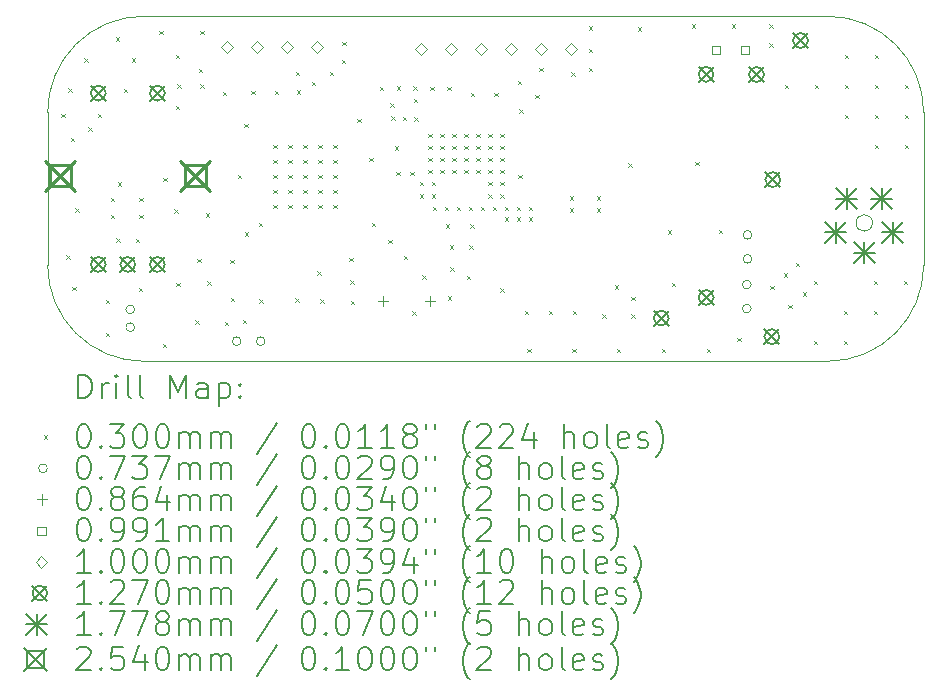
<source format=gbr>
%TF.GenerationSoftware,KiCad,Pcbnew,8.99.0-unknown*%
%TF.CreationDate,2024-06-21T10:07:29-04:00*%
%TF.ProjectId,solderingStationPCB,736f6c64-6572-4696-9e67-53746174696f,rev?*%
%TF.SameCoordinates,PX33f2570PY4a915b0*%
%TF.FileFunction,Drillmap*%
%TF.FilePolarity,Positive*%
%FSLAX45Y45*%
G04 Gerber Fmt 4.5, Leading zero omitted, Abs format (unit mm)*
G04 Created by KiCad (PCBNEW 8.99.0-unknown) date 2024-06-21 10:07:29*
%MOMM*%
%LPD*%
G01*
G04 APERTURE LIST*
%ADD10C,0.050000*%
%ADD11C,0.200000*%
%ADD12C,0.100000*%
%ADD13C,0.127000*%
%ADD14C,0.177800*%
%ADD15C,0.254000*%
G04 APERTURE END LIST*
D10*
X6606852Y770D02*
G75*
G02*
X7419650Y-812030I-2J-812800D01*
G01*
X2852Y-812030D02*
X2852Y-2107430D01*
X815652Y-2920230D02*
X6606852Y-2920230D01*
X7419652Y-2107430D02*
X7419652Y-812030D01*
X815652Y-2920230D02*
G75*
G02*
X2850Y-2107430I-2J812800D01*
G01*
X2852Y-812030D02*
G75*
G02*
X815652Y768I812798J0D01*
G01*
X6986582Y-1749290D02*
G75*
G02*
X6846882Y-1749290I-69850J0D01*
G01*
X6846882Y-1749290D02*
G75*
G02*
X6986582Y-1749290I69850J0D01*
G01*
X7419652Y-2107430D02*
G75*
G02*
X6606852Y-2920232I-812802J0D01*
G01*
X6606852Y770D02*
X815652Y770D01*
D11*
D12*
X120000Y-823000D02*
X150000Y-853000D01*
X150000Y-823000D02*
X120000Y-853000D01*
X160500Y-2023500D02*
X190500Y-2053500D01*
X190500Y-2023500D02*
X160500Y-2053500D01*
X176000Y-607000D02*
X206000Y-637000D01*
X206000Y-607000D02*
X176000Y-637000D01*
X197000Y-1028000D02*
X227000Y-1058000D01*
X227000Y-1028000D02*
X197000Y-1058000D01*
X210500Y-2291000D02*
X240500Y-2321000D01*
X240500Y-2291000D02*
X210500Y-2321000D01*
X235000Y-1624000D02*
X265000Y-1654000D01*
X265000Y-1624000D02*
X235000Y-1654000D01*
X313000Y-356000D02*
X343000Y-386000D01*
X343000Y-356000D02*
X313000Y-386000D01*
X345500Y-941000D02*
X375500Y-971000D01*
X375500Y-941000D02*
X345500Y-971000D01*
X427000Y-826000D02*
X457000Y-856000D01*
X457000Y-826000D02*
X427000Y-856000D01*
X493000Y-2678500D02*
X523000Y-2708500D01*
X523000Y-2678500D02*
X493000Y-2708500D01*
X495000Y-2400000D02*
X525000Y-2430000D01*
X525000Y-2400000D02*
X495000Y-2430000D01*
X537500Y-1537500D02*
X567500Y-1567500D01*
X567500Y-1537500D02*
X537500Y-1567500D01*
X537500Y-1680000D02*
X567500Y-1710000D01*
X567500Y-1680000D02*
X537500Y-1710000D01*
X578000Y-176000D02*
X608000Y-206000D01*
X608000Y-176000D02*
X578000Y-206000D01*
X585000Y-1880000D02*
X615000Y-1910000D01*
X615000Y-1880000D02*
X585000Y-1910000D01*
X598000Y-1403500D02*
X628000Y-1433500D01*
X628000Y-1403500D02*
X598000Y-1433500D01*
X648000Y-611000D02*
X678000Y-641000D01*
X678000Y-611000D02*
X648000Y-641000D01*
X713000Y-356000D02*
X743000Y-386000D01*
X743000Y-356000D02*
X713000Y-386000D01*
X750500Y-1881000D02*
X780500Y-1911000D01*
X780500Y-1881000D02*
X750500Y-1911000D01*
X775500Y-2296000D02*
X805500Y-2326000D01*
X805500Y-2296000D02*
X775500Y-2326000D01*
X780000Y-1537500D02*
X810000Y-1567500D01*
X810000Y-1537500D02*
X780000Y-1567500D01*
X780000Y-1680000D02*
X810000Y-1710000D01*
X810000Y-1680000D02*
X780000Y-1710000D01*
X945500Y-121000D02*
X975500Y-151000D01*
X975500Y-121000D02*
X945500Y-151000D01*
X975500Y-2771000D02*
X1005500Y-2801000D01*
X1005500Y-2771000D02*
X975500Y-2801000D01*
X980500Y-1366000D02*
X1010500Y-1396000D01*
X1010500Y-1366000D02*
X980500Y-1396000D01*
X1075000Y-1631000D02*
X1105000Y-1661000D01*
X1105000Y-1631000D02*
X1075000Y-1661000D01*
X1085500Y-323500D02*
X1115500Y-353500D01*
X1115500Y-323500D02*
X1085500Y-353500D01*
X1085500Y-758500D02*
X1115500Y-788500D01*
X1115500Y-758500D02*
X1085500Y-788500D01*
X1093000Y-2256000D02*
X1123000Y-2286000D01*
X1123000Y-2256000D02*
X1093000Y-2286000D01*
X1100500Y-576000D02*
X1130500Y-606000D01*
X1130500Y-576000D02*
X1100500Y-606000D01*
X1253000Y-2573500D02*
X1283000Y-2603500D01*
X1283000Y-2573500D02*
X1253000Y-2603500D01*
X1270500Y-2053500D02*
X1300500Y-2083500D01*
X1300500Y-2053500D02*
X1270500Y-2083500D01*
X1283000Y-443500D02*
X1313000Y-473500D01*
X1313000Y-443500D02*
X1283000Y-473500D01*
X1295000Y-572500D02*
X1325000Y-602500D01*
X1325000Y-572500D02*
X1295000Y-602500D01*
X1295500Y-123500D02*
X1325500Y-153500D01*
X1325500Y-123500D02*
X1295500Y-153500D01*
X1340500Y-1668500D02*
X1370500Y-1698500D01*
X1370500Y-1668500D02*
X1340500Y-1698500D01*
X1355500Y-2241000D02*
X1385500Y-2271000D01*
X1385500Y-2241000D02*
X1355500Y-2271000D01*
X1485500Y-638500D02*
X1515500Y-668500D01*
X1515500Y-638500D02*
X1485500Y-668500D01*
X1503000Y-2586000D02*
X1533000Y-2616000D01*
X1533000Y-2586000D02*
X1503000Y-2616000D01*
X1550500Y-2061000D02*
X1580500Y-2091000D01*
X1580500Y-2061000D02*
X1550500Y-2091000D01*
X1553000Y-2383500D02*
X1583000Y-2413500D01*
X1583000Y-2383500D02*
X1553000Y-2413500D01*
X1612500Y-1340000D02*
X1642500Y-1370000D01*
X1642500Y-1340000D02*
X1612500Y-1370000D01*
X1653000Y-2568500D02*
X1683000Y-2598500D01*
X1683000Y-2568500D02*
X1653000Y-2598500D01*
X1665500Y-911000D02*
X1695500Y-941000D01*
X1695500Y-911000D02*
X1665500Y-941000D01*
X1673000Y-1826000D02*
X1703000Y-1856000D01*
X1703000Y-1826000D02*
X1673000Y-1856000D01*
X1727000Y-629000D02*
X1757000Y-659000D01*
X1757000Y-629000D02*
X1727000Y-659000D01*
X1790500Y-1746000D02*
X1820500Y-1776000D01*
X1820500Y-1746000D02*
X1790500Y-1776000D01*
X1793000Y-2393500D02*
X1823000Y-2423500D01*
X1823000Y-2393500D02*
X1793000Y-2423500D01*
X1913000Y-1086000D02*
X1943000Y-1116000D01*
X1943000Y-1086000D02*
X1913000Y-1116000D01*
X1913000Y-1213000D02*
X1943000Y-1243000D01*
X1943000Y-1213000D02*
X1913000Y-1243000D01*
X1913000Y-1340000D02*
X1943000Y-1370000D01*
X1943000Y-1340000D02*
X1913000Y-1370000D01*
X1913000Y-1467000D02*
X1943000Y-1497000D01*
X1943000Y-1467000D02*
X1913000Y-1497000D01*
X1913000Y-1594000D02*
X1943000Y-1624000D01*
X1943000Y-1594000D02*
X1913000Y-1624000D01*
X1925000Y-630000D02*
X1955000Y-660000D01*
X1955000Y-630000D02*
X1925000Y-660000D01*
X2040000Y-1086000D02*
X2070000Y-1116000D01*
X2070000Y-1086000D02*
X2040000Y-1116000D01*
X2040000Y-1213000D02*
X2070000Y-1243000D01*
X2070000Y-1213000D02*
X2040000Y-1243000D01*
X2040000Y-1340000D02*
X2070000Y-1370000D01*
X2070000Y-1340000D02*
X2040000Y-1370000D01*
X2040000Y-1467000D02*
X2070000Y-1497000D01*
X2070000Y-1467000D02*
X2040000Y-1497000D01*
X2040000Y-1594000D02*
X2070000Y-1624000D01*
X2070000Y-1594000D02*
X2040000Y-1624000D01*
X2100500Y-2388500D02*
X2130500Y-2418500D01*
X2130500Y-2388500D02*
X2100500Y-2418500D01*
X2102500Y-470000D02*
X2132500Y-500000D01*
X2132500Y-470000D02*
X2102500Y-500000D01*
X2110000Y-625000D02*
X2140000Y-655000D01*
X2140000Y-625000D02*
X2110000Y-655000D01*
X2167000Y-1086000D02*
X2197000Y-1116000D01*
X2197000Y-1086000D02*
X2167000Y-1116000D01*
X2167000Y-1213000D02*
X2197000Y-1243000D01*
X2197000Y-1213000D02*
X2167000Y-1243000D01*
X2167000Y-1340000D02*
X2197000Y-1370000D01*
X2197000Y-1340000D02*
X2167000Y-1370000D01*
X2167000Y-1467000D02*
X2197000Y-1497000D01*
X2197000Y-1467000D02*
X2167000Y-1497000D01*
X2167000Y-1594000D02*
X2197000Y-1624000D01*
X2197000Y-1594000D02*
X2167000Y-1624000D01*
X2237500Y-552500D02*
X2267500Y-582500D01*
X2267500Y-552500D02*
X2237500Y-582500D01*
X2285500Y-2158500D02*
X2315500Y-2188500D01*
X2315500Y-2158500D02*
X2285500Y-2188500D01*
X2294000Y-1086000D02*
X2324000Y-1116000D01*
X2324000Y-1086000D02*
X2294000Y-1116000D01*
X2294000Y-1213000D02*
X2324000Y-1243000D01*
X2324000Y-1213000D02*
X2294000Y-1243000D01*
X2294000Y-1340000D02*
X2324000Y-1370000D01*
X2324000Y-1340000D02*
X2294000Y-1370000D01*
X2294000Y-1467000D02*
X2324000Y-1497000D01*
X2324000Y-1467000D02*
X2294000Y-1497000D01*
X2294000Y-1594000D02*
X2324000Y-1624000D01*
X2324000Y-1594000D02*
X2294000Y-1624000D01*
X2310000Y-2395000D02*
X2340000Y-2425000D01*
X2340000Y-2395000D02*
X2310000Y-2425000D01*
X2392500Y-470000D02*
X2422500Y-500000D01*
X2422500Y-470000D02*
X2392500Y-500000D01*
X2421000Y-1086000D02*
X2451000Y-1116000D01*
X2451000Y-1086000D02*
X2421000Y-1116000D01*
X2421000Y-1213000D02*
X2451000Y-1243000D01*
X2451000Y-1213000D02*
X2421000Y-1243000D01*
X2421000Y-1340000D02*
X2451000Y-1370000D01*
X2451000Y-1340000D02*
X2421000Y-1370000D01*
X2421000Y-1467000D02*
X2451000Y-1497000D01*
X2451000Y-1467000D02*
X2421000Y-1497000D01*
X2421000Y-1594000D02*
X2451000Y-1624000D01*
X2451000Y-1594000D02*
X2421000Y-1624000D01*
X2492500Y-367500D02*
X2522500Y-397500D01*
X2522500Y-367500D02*
X2492500Y-397500D01*
X2497500Y-215000D02*
X2527500Y-245000D01*
X2527500Y-215000D02*
X2497500Y-245000D01*
X2558000Y-2043500D02*
X2588000Y-2073500D01*
X2588000Y-2043500D02*
X2558000Y-2073500D01*
X2565000Y-2232500D02*
X2595000Y-2262500D01*
X2595000Y-2232500D02*
X2565000Y-2262500D01*
X2567500Y-2407500D02*
X2597500Y-2437500D01*
X2597500Y-2407500D02*
X2567500Y-2437500D01*
X2623000Y-866000D02*
X2653000Y-896000D01*
X2653000Y-866000D02*
X2623000Y-896000D01*
X2725000Y-1197500D02*
X2755000Y-1227500D01*
X2755000Y-1197500D02*
X2725000Y-1227500D01*
X2745500Y-1748500D02*
X2775500Y-1778500D01*
X2775500Y-1748500D02*
X2745500Y-1778500D01*
X2815000Y-595000D02*
X2845000Y-625000D01*
X2845000Y-595000D02*
X2815000Y-625000D01*
X2888000Y-1891000D02*
X2918000Y-1921000D01*
X2918000Y-1891000D02*
X2888000Y-1921000D01*
X2905500Y-736000D02*
X2935500Y-766000D01*
X2935500Y-736000D02*
X2905500Y-766000D01*
X2912000Y-848000D02*
X2942000Y-878000D01*
X2942000Y-848000D02*
X2912000Y-878000D01*
X2943000Y-1100000D02*
X2973000Y-1130000D01*
X2973000Y-1100000D02*
X2943000Y-1130000D01*
X2952500Y-1315000D02*
X2982500Y-1345000D01*
X2982500Y-1315000D02*
X2952500Y-1345000D01*
X2957625Y-593500D02*
X2987625Y-623500D01*
X2987625Y-593500D02*
X2957625Y-623500D01*
X3010000Y-850000D02*
X3040000Y-880000D01*
X3040000Y-850000D02*
X3010000Y-880000D01*
X3018000Y-2026000D02*
X3048000Y-2056000D01*
X3048000Y-2026000D02*
X3018000Y-2056000D01*
X3072500Y-1317500D02*
X3102500Y-1347500D01*
X3102500Y-1317500D02*
X3072500Y-1347500D01*
X3090500Y-2498500D02*
X3120500Y-2528500D01*
X3120500Y-2498500D02*
X3090500Y-2528500D01*
X3100250Y-593500D02*
X3130250Y-623500D01*
X3130250Y-593500D02*
X3100250Y-623500D01*
X3100500Y-698500D02*
X3130500Y-728500D01*
X3130500Y-698500D02*
X3100500Y-728500D01*
X3106000Y-854000D02*
X3136000Y-884000D01*
X3136000Y-854000D02*
X3106000Y-884000D01*
X3152500Y-1399400D02*
X3182500Y-1429400D01*
X3182500Y-1399400D02*
X3152500Y-1429400D01*
X3152500Y-1505000D02*
X3182500Y-1535000D01*
X3182500Y-1505000D02*
X3152500Y-1535000D01*
X3173000Y-2193500D02*
X3203000Y-2223500D01*
X3203000Y-2193500D02*
X3173000Y-2223500D01*
X3223000Y-993000D02*
X3253000Y-1023000D01*
X3253000Y-993000D02*
X3223000Y-1023000D01*
X3223000Y-1094600D02*
X3253000Y-1124600D01*
X3253000Y-1094600D02*
X3223000Y-1124600D01*
X3223000Y-1196200D02*
X3253000Y-1226200D01*
X3253000Y-1196200D02*
X3223000Y-1226200D01*
X3223000Y-1297800D02*
X3253000Y-1327800D01*
X3253000Y-1297800D02*
X3223000Y-1327800D01*
X3242875Y-596000D02*
X3272875Y-626000D01*
X3272875Y-596000D02*
X3242875Y-626000D01*
X3255000Y-1399400D02*
X3285000Y-1429400D01*
X3285000Y-1399400D02*
X3255000Y-1429400D01*
X3255000Y-1505000D02*
X3285000Y-1535000D01*
X3285000Y-1505000D02*
X3255000Y-1535000D01*
X3263000Y-1611000D02*
X3293000Y-1641000D01*
X3293000Y-1611000D02*
X3263000Y-1641000D01*
X3324600Y-993000D02*
X3354600Y-1023000D01*
X3354600Y-993000D02*
X3324600Y-1023000D01*
X3324600Y-1094600D02*
X3354600Y-1124600D01*
X3354600Y-1094600D02*
X3324600Y-1124600D01*
X3324600Y-1196200D02*
X3354600Y-1226200D01*
X3354600Y-1196200D02*
X3324600Y-1226200D01*
X3324600Y-1297800D02*
X3354600Y-1327800D01*
X3354600Y-1297800D02*
X3324600Y-1327800D01*
X3364600Y-1611000D02*
X3394600Y-1641000D01*
X3394600Y-1611000D02*
X3364600Y-1641000D01*
X3373000Y-1758500D02*
X3403000Y-1788500D01*
X3403000Y-1758500D02*
X3373000Y-1788500D01*
X3385500Y-596000D02*
X3415500Y-626000D01*
X3415500Y-596000D02*
X3385500Y-626000D01*
X3390500Y-2368500D02*
X3420500Y-2398500D01*
X3420500Y-2368500D02*
X3390500Y-2398500D01*
X3408000Y-1938500D02*
X3438000Y-1968500D01*
X3438000Y-1938500D02*
X3408000Y-1968500D01*
X3412500Y-2125000D02*
X3442500Y-2155000D01*
X3442500Y-2125000D02*
X3412500Y-2155000D01*
X3426200Y-993000D02*
X3456200Y-1023000D01*
X3456200Y-993000D02*
X3426200Y-1023000D01*
X3426200Y-1094600D02*
X3456200Y-1124600D01*
X3456200Y-1094600D02*
X3426200Y-1124600D01*
X3426200Y-1196200D02*
X3456200Y-1226200D01*
X3456200Y-1196200D02*
X3426200Y-1226200D01*
X3426200Y-1297800D02*
X3456200Y-1327800D01*
X3456200Y-1297800D02*
X3426200Y-1327800D01*
X3466200Y-1611000D02*
X3496200Y-1641000D01*
X3496200Y-1611000D02*
X3466200Y-1641000D01*
X3527800Y-993000D02*
X3557800Y-1023000D01*
X3557800Y-993000D02*
X3527800Y-1023000D01*
X3527800Y-1094600D02*
X3557800Y-1124600D01*
X3557800Y-1094600D02*
X3527800Y-1124600D01*
X3527800Y-1196200D02*
X3557800Y-1226200D01*
X3557800Y-1196200D02*
X3527800Y-1226200D01*
X3527800Y-1297800D02*
X3557800Y-1327800D01*
X3557800Y-1297800D02*
X3527800Y-1327800D01*
X3552500Y-2197500D02*
X3582500Y-2227500D01*
X3582500Y-2197500D02*
X3552500Y-2227500D01*
X3567800Y-1611000D02*
X3597800Y-1641000D01*
X3597800Y-1611000D02*
X3567800Y-1641000D01*
X3570500Y-1936000D02*
X3600500Y-1966000D01*
X3600500Y-1936000D02*
X3570500Y-1966000D01*
X3580500Y-1758500D02*
X3610500Y-1788500D01*
X3610500Y-1758500D02*
X3580500Y-1788500D01*
X3585000Y-645000D02*
X3615000Y-675000D01*
X3615000Y-645000D02*
X3585000Y-675000D01*
X3629400Y-993000D02*
X3659400Y-1023000D01*
X3659400Y-993000D02*
X3629400Y-1023000D01*
X3629400Y-1094600D02*
X3659400Y-1124600D01*
X3659400Y-1094600D02*
X3629400Y-1124600D01*
X3629400Y-1196200D02*
X3659400Y-1226200D01*
X3659400Y-1196200D02*
X3629400Y-1226200D01*
X3629400Y-1297800D02*
X3659400Y-1327800D01*
X3659400Y-1297800D02*
X3629400Y-1327800D01*
X3669400Y-1611000D02*
X3699400Y-1641000D01*
X3699400Y-1611000D02*
X3669400Y-1641000D01*
X3731000Y-993000D02*
X3761000Y-1023000D01*
X3761000Y-993000D02*
X3731000Y-1023000D01*
X3731000Y-1094600D02*
X3761000Y-1124600D01*
X3761000Y-1094600D02*
X3731000Y-1124600D01*
X3731000Y-1196200D02*
X3761000Y-1226200D01*
X3761000Y-1196200D02*
X3731000Y-1226200D01*
X3731000Y-1297800D02*
X3761000Y-1327800D01*
X3761000Y-1297800D02*
X3731000Y-1327800D01*
X3731000Y-1399400D02*
X3761000Y-1429400D01*
X3761000Y-1399400D02*
X3731000Y-1429400D01*
X3731000Y-1505000D02*
X3761000Y-1535000D01*
X3761000Y-1505000D02*
X3731000Y-1535000D01*
X3771000Y-1611000D02*
X3801000Y-1641000D01*
X3801000Y-1611000D02*
X3771000Y-1641000D01*
X3782500Y-647500D02*
X3812500Y-677500D01*
X3812500Y-647500D02*
X3782500Y-677500D01*
X3832600Y-993000D02*
X3862600Y-1023000D01*
X3862600Y-993000D02*
X3832600Y-1023000D01*
X3832600Y-1094600D02*
X3862600Y-1124600D01*
X3862600Y-1094600D02*
X3832600Y-1124600D01*
X3832600Y-1196200D02*
X3862600Y-1226200D01*
X3862600Y-1196200D02*
X3832600Y-1226200D01*
X3832600Y-1297800D02*
X3862600Y-1327800D01*
X3862600Y-1297800D02*
X3832600Y-1327800D01*
X3832600Y-1399400D02*
X3862600Y-1429400D01*
X3862600Y-1399400D02*
X3832600Y-1429400D01*
X3832600Y-1505000D02*
X3862600Y-1535000D01*
X3862600Y-1505000D02*
X3832600Y-1535000D01*
X3835500Y-2301000D02*
X3865500Y-2331000D01*
X3865500Y-2301000D02*
X3835500Y-2331000D01*
X3872600Y-1611000D02*
X3902600Y-1641000D01*
X3902600Y-1611000D02*
X3872600Y-1641000D01*
X3873800Y-1699000D02*
X3903800Y-1729000D01*
X3903800Y-1699000D02*
X3873800Y-1729000D01*
X3974200Y-1611000D02*
X4004200Y-1641000D01*
X4004200Y-1611000D02*
X3974200Y-1641000D01*
X3975400Y-1699000D02*
X4005400Y-1729000D01*
X4005400Y-1699000D02*
X3975400Y-1729000D01*
X3982500Y-545000D02*
X4012500Y-575000D01*
X4012500Y-545000D02*
X3982500Y-575000D01*
X3987500Y-1340000D02*
X4017500Y-1370000D01*
X4017500Y-1340000D02*
X3987500Y-1370000D01*
X3997500Y-787500D02*
X4027500Y-817500D01*
X4027500Y-787500D02*
X3997500Y-817500D01*
X4041100Y-2492500D02*
X4071100Y-2522500D01*
X4071100Y-2492500D02*
X4041100Y-2522500D01*
X4062500Y-2815000D02*
X4092500Y-2845000D01*
X4092500Y-2815000D02*
X4062500Y-2845000D01*
X4075800Y-1611000D02*
X4105800Y-1641000D01*
X4105800Y-1611000D02*
X4075800Y-1641000D01*
X4077000Y-1699000D02*
X4107000Y-1729000D01*
X4107000Y-1699000D02*
X4077000Y-1729000D01*
X4130000Y-662500D02*
X4160000Y-692500D01*
X4160000Y-662500D02*
X4130000Y-692500D01*
X4165000Y-435000D02*
X4195000Y-465000D01*
X4195000Y-435000D02*
X4165000Y-465000D01*
X4244300Y-2492500D02*
X4274300Y-2522500D01*
X4274300Y-2492500D02*
X4244300Y-2522500D01*
X4422500Y-1525000D02*
X4452500Y-1555000D01*
X4452500Y-1525000D02*
X4422500Y-1555000D01*
X4423000Y-1623500D02*
X4453000Y-1653500D01*
X4453000Y-1623500D02*
X4423000Y-1653500D01*
X4435000Y-475000D02*
X4465000Y-505000D01*
X4465000Y-475000D02*
X4435000Y-505000D01*
X4442500Y-2815000D02*
X4472500Y-2845000D01*
X4472500Y-2815000D02*
X4442500Y-2845000D01*
X4447500Y-2492500D02*
X4477500Y-2522500D01*
X4477500Y-2492500D02*
X4447500Y-2522500D01*
X4585000Y-85000D02*
X4615000Y-115000D01*
X4615000Y-85000D02*
X4585000Y-115000D01*
X4585000Y-275000D02*
X4615000Y-305000D01*
X4615000Y-275000D02*
X4585000Y-305000D01*
X4585000Y-435000D02*
X4615000Y-465000D01*
X4615000Y-435000D02*
X4585000Y-465000D01*
X4650000Y-1525000D02*
X4680000Y-1555000D01*
X4680000Y-1525000D02*
X4650000Y-1555000D01*
X4650500Y-1623500D02*
X4680500Y-1653500D01*
X4680500Y-1623500D02*
X4650500Y-1653500D01*
X4700000Y-2522500D02*
X4730000Y-2552500D01*
X4730000Y-2522500D02*
X4700000Y-2552500D01*
X4805000Y-2277500D02*
X4835000Y-2307500D01*
X4835000Y-2277500D02*
X4805000Y-2307500D01*
X4822500Y-2815000D02*
X4852500Y-2845000D01*
X4852500Y-2815000D02*
X4822500Y-2845000D01*
X4920000Y-1245000D02*
X4950000Y-1275000D01*
X4950000Y-1245000D02*
X4920000Y-1275000D01*
X4942500Y-2372500D02*
X4972500Y-2402500D01*
X4972500Y-2372500D02*
X4942500Y-2402500D01*
X4942500Y-2522500D02*
X4972500Y-2552500D01*
X4972500Y-2522500D02*
X4942500Y-2552500D01*
X4998000Y-91000D02*
X5028000Y-121000D01*
X5028000Y-91000D02*
X4998000Y-121000D01*
X5202500Y-2815000D02*
X5232500Y-2845000D01*
X5232500Y-2815000D02*
X5202500Y-2845000D01*
X5252500Y-1810000D02*
X5282500Y-1840000D01*
X5282500Y-1810000D02*
X5252500Y-1840000D01*
X5287500Y-2255000D02*
X5317500Y-2285000D01*
X5317500Y-2255000D02*
X5287500Y-2285000D01*
X5455500Y-67500D02*
X5485500Y-97500D01*
X5485500Y-67500D02*
X5455500Y-97500D01*
X5485000Y-1230000D02*
X5515000Y-1260000D01*
X5515000Y-1230000D02*
X5485000Y-1260000D01*
X5582500Y-2815000D02*
X5612500Y-2845000D01*
X5612500Y-2815000D02*
X5582500Y-2845000D01*
X5685000Y-1807500D02*
X5715000Y-1837500D01*
X5715000Y-1807500D02*
X5685000Y-1837500D01*
X5795000Y-65000D02*
X5825000Y-95000D01*
X5825000Y-65000D02*
X5795000Y-95000D01*
X5840000Y-2720000D02*
X5870000Y-2750000D01*
X5870000Y-2720000D02*
X5840000Y-2750000D01*
X6112500Y-65000D02*
X6142500Y-95000D01*
X6142500Y-65000D02*
X6112500Y-95000D01*
X6112500Y-227500D02*
X6142500Y-257500D01*
X6142500Y-227500D02*
X6112500Y-257500D01*
X6120000Y-2280000D02*
X6150000Y-2310000D01*
X6150000Y-2280000D02*
X6120000Y-2310000D01*
X6235000Y-2175000D02*
X6265000Y-2205000D01*
X6265000Y-2175000D02*
X6235000Y-2205000D01*
X6242500Y-578000D02*
X6272500Y-608000D01*
X6272500Y-578000D02*
X6242500Y-608000D01*
X6272500Y-2442500D02*
X6302500Y-2472500D01*
X6302500Y-2442500D02*
X6272500Y-2472500D01*
X6335000Y-2085000D02*
X6365000Y-2115000D01*
X6365000Y-2085000D02*
X6335000Y-2115000D01*
X6395000Y-2335000D02*
X6425000Y-2365000D01*
X6425000Y-2335000D02*
X6395000Y-2365000D01*
X6487500Y-2240000D02*
X6517500Y-2270000D01*
X6517500Y-2240000D02*
X6487500Y-2270000D01*
X6487500Y-2748000D02*
X6517500Y-2778000D01*
X6517500Y-2748000D02*
X6487500Y-2778000D01*
X6496500Y-578000D02*
X6526500Y-608000D01*
X6526500Y-578000D02*
X6496500Y-608000D01*
X6741500Y-2494000D02*
X6771500Y-2524000D01*
X6771500Y-2494000D02*
X6741500Y-2524000D01*
X6741500Y-2748000D02*
X6771500Y-2778000D01*
X6771500Y-2748000D02*
X6741500Y-2778000D01*
X6750500Y-324000D02*
X6780500Y-354000D01*
X6780500Y-324000D02*
X6750500Y-354000D01*
X6750500Y-578000D02*
X6780500Y-608000D01*
X6780500Y-578000D02*
X6750500Y-608000D01*
X6750500Y-832000D02*
X6780500Y-862000D01*
X6780500Y-832000D02*
X6750500Y-862000D01*
X6995500Y-2240000D02*
X7025500Y-2270000D01*
X7025500Y-2240000D02*
X6995500Y-2270000D01*
X6995500Y-2494000D02*
X7025500Y-2524000D01*
X7025500Y-2494000D02*
X6995500Y-2524000D01*
X7004500Y-324000D02*
X7034500Y-354000D01*
X7034500Y-324000D02*
X7004500Y-354000D01*
X7004500Y-578000D02*
X7034500Y-608000D01*
X7034500Y-578000D02*
X7004500Y-608000D01*
X7004500Y-832000D02*
X7034500Y-862000D01*
X7034500Y-832000D02*
X7004500Y-862000D01*
X7004500Y-1086000D02*
X7034500Y-1116000D01*
X7034500Y-1086000D02*
X7004500Y-1116000D01*
X7249500Y-2240000D02*
X7279500Y-2270000D01*
X7279500Y-2240000D02*
X7249500Y-2270000D01*
X7258500Y-578000D02*
X7288500Y-608000D01*
X7288500Y-578000D02*
X7258500Y-608000D01*
X7258500Y-832000D02*
X7288500Y-862000D01*
X7288500Y-832000D02*
X7258500Y-862000D01*
X7258500Y-1086000D02*
X7288500Y-1116000D01*
X7288500Y-1086000D02*
X7258500Y-1116000D01*
X738860Y-2481780D02*
G75*
G02*
X665200Y-2481780I-36830J0D01*
G01*
X665200Y-2481780D02*
G75*
G02*
X738860Y-2481780I36830J0D01*
G01*
X738860Y-2631780D02*
G75*
G02*
X665200Y-2631780I-36830J0D01*
G01*
X665200Y-2631780D02*
G75*
G02*
X738860Y-2631780I36830J0D01*
G01*
X1640230Y-2750000D02*
G75*
G02*
X1566570Y-2750000I-36830J0D01*
G01*
X1566570Y-2750000D02*
G75*
G02*
X1640230Y-2750000I36830J0D01*
G01*
X1843430Y-2750000D02*
G75*
G02*
X1769770Y-2750000I-36830J0D01*
G01*
X1769770Y-2750000D02*
G75*
G02*
X1843430Y-2750000I36830J0D01*
G01*
X5959330Y-2270900D02*
G75*
G02*
X5885670Y-2270900I-36830J0D01*
G01*
X5885670Y-2270900D02*
G75*
G02*
X5959330Y-2270900I36830J0D01*
G01*
X5959330Y-2474100D02*
G75*
G02*
X5885670Y-2474100I-36830J0D01*
G01*
X5885670Y-2474100D02*
G75*
G02*
X5959330Y-2474100I36830J0D01*
G01*
X5964330Y-1850000D02*
G75*
G02*
X5890670Y-1850000I-36830J0D01*
G01*
X5890670Y-1850000D02*
G75*
G02*
X5964330Y-1850000I36830J0D01*
G01*
X5964330Y-2053200D02*
G75*
G02*
X5890670Y-2053200I-36830J0D01*
G01*
X5890670Y-2053200D02*
G75*
G02*
X5964330Y-2053200I36830J0D01*
G01*
X2842520Y-2363650D02*
X2842520Y-2450010D01*
X2799340Y-2406830D02*
X2885700Y-2406830D01*
X3242520Y-2363650D02*
X3242520Y-2450010D01*
X3199340Y-2406830D02*
X3285700Y-2406830D01*
X5695023Y-320023D02*
X5695023Y-249977D01*
X5624977Y-249977D01*
X5624977Y-320023D01*
X5695023Y-320023D01*
X5945023Y-320023D02*
X5945023Y-249977D01*
X5874977Y-249977D01*
X5874977Y-320023D01*
X5945023Y-320023D01*
X1521500Y-308500D02*
X1571500Y-258500D01*
X1521500Y-208500D01*
X1471500Y-258500D01*
X1521500Y-308500D01*
X1775500Y-308500D02*
X1825500Y-258500D01*
X1775500Y-208500D01*
X1725500Y-258500D01*
X1775500Y-308500D01*
X2029500Y-308500D02*
X2079500Y-258500D01*
X2029500Y-208500D01*
X1979500Y-258500D01*
X2029500Y-308500D01*
X2283500Y-308500D02*
X2333500Y-258500D01*
X2283500Y-208500D01*
X2233500Y-258500D01*
X2283500Y-308500D01*
X3162612Y-328630D02*
X3212612Y-278630D01*
X3162612Y-228630D01*
X3112612Y-278630D01*
X3162612Y-328630D01*
X3416612Y-328630D02*
X3466612Y-278630D01*
X3416612Y-228630D01*
X3366612Y-278630D01*
X3416612Y-328630D01*
X3670612Y-328630D02*
X3720612Y-278630D01*
X3670612Y-228630D01*
X3620612Y-278630D01*
X3670612Y-328630D01*
X3924612Y-328630D02*
X3974612Y-278630D01*
X3924612Y-228630D01*
X3874612Y-278630D01*
X3924612Y-328630D01*
X4178612Y-328630D02*
X4228612Y-278630D01*
X4178612Y-228630D01*
X4128612Y-278630D01*
X4178612Y-328630D01*
X4432612Y-328630D02*
X4482612Y-278630D01*
X4432612Y-228630D01*
X4382612Y-278630D01*
X4432612Y-328630D01*
D13*
X367940Y-586900D02*
X494940Y-713900D01*
X494940Y-586900D02*
X367940Y-713900D01*
X494940Y-650400D02*
G75*
G02*
X367940Y-650400I-63500J0D01*
G01*
X367940Y-650400D02*
G75*
G02*
X494940Y-650400I63500J0D01*
G01*
X367940Y-2036900D02*
X494940Y-2163900D01*
X494940Y-2036900D02*
X367940Y-2163900D01*
X494940Y-2100400D02*
G75*
G02*
X367940Y-2100400I-63500J0D01*
G01*
X367940Y-2100400D02*
G75*
G02*
X494940Y-2100400I63500J0D01*
G01*
X617940Y-2036900D02*
X744940Y-2163900D01*
X744940Y-2036900D02*
X617940Y-2163900D01*
X744940Y-2100400D02*
G75*
G02*
X617940Y-2100400I-63500J0D01*
G01*
X617940Y-2100400D02*
G75*
G02*
X744940Y-2100400I63500J0D01*
G01*
X867940Y-586900D02*
X994940Y-713900D01*
X994940Y-586900D02*
X867940Y-713900D01*
X994940Y-650400D02*
G75*
G02*
X867940Y-650400I-63500J0D01*
G01*
X867940Y-650400D02*
G75*
G02*
X994940Y-650400I63500J0D01*
G01*
X867940Y-2036900D02*
X994940Y-2163900D01*
X994940Y-2036900D02*
X867940Y-2163900D01*
X994940Y-2100400D02*
G75*
G02*
X867940Y-2100400I-63500J0D01*
G01*
X867940Y-2100400D02*
G75*
G02*
X994940Y-2100400I63500J0D01*
G01*
X5134000Y-2491500D02*
X5261000Y-2618500D01*
X5261000Y-2491500D02*
X5134000Y-2618500D01*
X5261000Y-2555000D02*
G75*
G02*
X5134000Y-2555000I-63500J0D01*
G01*
X5134000Y-2555000D02*
G75*
G02*
X5261000Y-2555000I63500J0D01*
G01*
X5514000Y-426500D02*
X5641000Y-553500D01*
X5641000Y-426500D02*
X5514000Y-553500D01*
X5641000Y-490000D02*
G75*
G02*
X5514000Y-490000I-63500J0D01*
G01*
X5514000Y-490000D02*
G75*
G02*
X5641000Y-490000I63500J0D01*
G01*
X5514000Y-2316500D02*
X5641000Y-2443500D01*
X5641000Y-2316500D02*
X5514000Y-2443500D01*
X5641000Y-2380000D02*
G75*
G02*
X5514000Y-2380000I-63500J0D01*
G01*
X5514000Y-2380000D02*
G75*
G02*
X5641000Y-2380000I63500J0D01*
G01*
X5941500Y-429000D02*
X6068500Y-556000D01*
X6068500Y-429000D02*
X5941500Y-556000D01*
X6068500Y-492500D02*
G75*
G02*
X5941500Y-492500I-63500J0D01*
G01*
X5941500Y-492500D02*
G75*
G02*
X6068500Y-492500I63500J0D01*
G01*
X6071500Y-2649000D02*
X6198500Y-2776000D01*
X6198500Y-2649000D02*
X6071500Y-2776000D01*
X6198500Y-2712500D02*
G75*
G02*
X6071500Y-2712500I-63500J0D01*
G01*
X6071500Y-2712500D02*
G75*
G02*
X6198500Y-2712500I63500J0D01*
G01*
X6079000Y-1319000D02*
X6206000Y-1446000D01*
X6206000Y-1319000D02*
X6079000Y-1446000D01*
X6206000Y-1382500D02*
G75*
G02*
X6079000Y-1382500I-63500J0D01*
G01*
X6079000Y-1382500D02*
G75*
G02*
X6206000Y-1382500I63500J0D01*
G01*
X6314000Y-141500D02*
X6441000Y-268500D01*
X6441000Y-141500D02*
X6314000Y-268500D01*
X6441000Y-205000D02*
G75*
G02*
X6314000Y-205000I-63500J0D01*
G01*
X6314000Y-205000D02*
G75*
G02*
X6441000Y-205000I63500J0D01*
G01*
D14*
X6586044Y-1739100D02*
X6763844Y-1916900D01*
X6763844Y-1739100D02*
X6586044Y-1916900D01*
X6674944Y-1739100D02*
X6674944Y-1916900D01*
X6586044Y-1828000D02*
X6763844Y-1828000D01*
X6678315Y-1455120D02*
X6856115Y-1632920D01*
X6856115Y-1455120D02*
X6678315Y-1632920D01*
X6767215Y-1455120D02*
X6767215Y-1632920D01*
X6678315Y-1544020D02*
X6856115Y-1544020D01*
X6827612Y-1914610D02*
X7005412Y-2092410D01*
X7005412Y-1914610D02*
X6827612Y-2092410D01*
X6916512Y-1914610D02*
X6916512Y-2092410D01*
X6827612Y-2003510D02*
X7005412Y-2003510D01*
X6976909Y-1455120D02*
X7154709Y-1632920D01*
X7154709Y-1455120D02*
X6976909Y-1632920D01*
X7065809Y-1455120D02*
X7065809Y-1632920D01*
X6976909Y-1544020D02*
X7154709Y-1544020D01*
X7069180Y-1739100D02*
X7246980Y-1916900D01*
X7246980Y-1739100D02*
X7069180Y-1916900D01*
X7158080Y-1739100D02*
X7158080Y-1916900D01*
X7069180Y-1828000D02*
X7246980Y-1828000D01*
D15*
X-15560Y-1223400D02*
X238440Y-1477400D01*
X238440Y-1223400D02*
X-15560Y-1477400D01*
X201243Y-1440203D02*
X201243Y-1260597D01*
X21637Y-1260597D01*
X21637Y-1440203D01*
X201243Y-1440203D01*
X1124440Y-1223400D02*
X1378440Y-1477400D01*
X1378440Y-1223400D02*
X1124440Y-1477400D01*
X1341244Y-1440203D02*
X1341244Y-1260597D01*
X1161637Y-1260597D01*
X1161637Y-1440203D01*
X1341244Y-1440203D01*
D11*
X261129Y-3234214D02*
X261129Y-3034214D01*
X261129Y-3034214D02*
X308748Y-3034214D01*
X308748Y-3034214D02*
X337319Y-3043738D01*
X337319Y-3043738D02*
X356367Y-3062785D01*
X356367Y-3062785D02*
X365891Y-3081833D01*
X365891Y-3081833D02*
X375415Y-3119928D01*
X375415Y-3119928D02*
X375415Y-3148499D01*
X375415Y-3148499D02*
X365891Y-3186595D01*
X365891Y-3186595D02*
X356367Y-3205642D01*
X356367Y-3205642D02*
X337319Y-3224690D01*
X337319Y-3224690D02*
X308748Y-3234214D01*
X308748Y-3234214D02*
X261129Y-3234214D01*
X461129Y-3234214D02*
X461129Y-3100880D01*
X461129Y-3138976D02*
X470653Y-3119928D01*
X470653Y-3119928D02*
X480176Y-3110404D01*
X480176Y-3110404D02*
X499224Y-3100880D01*
X499224Y-3100880D02*
X518272Y-3100880D01*
X584938Y-3234214D02*
X584938Y-3100880D01*
X584938Y-3034214D02*
X575415Y-3043738D01*
X575415Y-3043738D02*
X584938Y-3053261D01*
X584938Y-3053261D02*
X594462Y-3043738D01*
X594462Y-3043738D02*
X584938Y-3034214D01*
X584938Y-3034214D02*
X584938Y-3053261D01*
X708748Y-3234214D02*
X689700Y-3224690D01*
X689700Y-3224690D02*
X680177Y-3205642D01*
X680177Y-3205642D02*
X680177Y-3034214D01*
X813510Y-3234214D02*
X794462Y-3224690D01*
X794462Y-3224690D02*
X784938Y-3205642D01*
X784938Y-3205642D02*
X784938Y-3034214D01*
X1042081Y-3234214D02*
X1042081Y-3034214D01*
X1042081Y-3034214D02*
X1108748Y-3177071D01*
X1108748Y-3177071D02*
X1175415Y-3034214D01*
X1175415Y-3034214D02*
X1175415Y-3234214D01*
X1356367Y-3234214D02*
X1356367Y-3129452D01*
X1356367Y-3129452D02*
X1346843Y-3110404D01*
X1346843Y-3110404D02*
X1327796Y-3100880D01*
X1327796Y-3100880D02*
X1289700Y-3100880D01*
X1289700Y-3100880D02*
X1270653Y-3110404D01*
X1356367Y-3224690D02*
X1337319Y-3234214D01*
X1337319Y-3234214D02*
X1289700Y-3234214D01*
X1289700Y-3234214D02*
X1270653Y-3224690D01*
X1270653Y-3224690D02*
X1261129Y-3205642D01*
X1261129Y-3205642D02*
X1261129Y-3186595D01*
X1261129Y-3186595D02*
X1270653Y-3167547D01*
X1270653Y-3167547D02*
X1289700Y-3158023D01*
X1289700Y-3158023D02*
X1337319Y-3158023D01*
X1337319Y-3158023D02*
X1356367Y-3148499D01*
X1451605Y-3100880D02*
X1451605Y-3300880D01*
X1451605Y-3110404D02*
X1470653Y-3100880D01*
X1470653Y-3100880D02*
X1508748Y-3100880D01*
X1508748Y-3100880D02*
X1527796Y-3110404D01*
X1527796Y-3110404D02*
X1537319Y-3119928D01*
X1537319Y-3119928D02*
X1546843Y-3138976D01*
X1546843Y-3138976D02*
X1546843Y-3196118D01*
X1546843Y-3196118D02*
X1537319Y-3215166D01*
X1537319Y-3215166D02*
X1527796Y-3224690D01*
X1527796Y-3224690D02*
X1508748Y-3234214D01*
X1508748Y-3234214D02*
X1470653Y-3234214D01*
X1470653Y-3234214D02*
X1451605Y-3224690D01*
X1632557Y-3215166D02*
X1642081Y-3224690D01*
X1642081Y-3224690D02*
X1632557Y-3234214D01*
X1632557Y-3234214D02*
X1623034Y-3224690D01*
X1623034Y-3224690D02*
X1632557Y-3215166D01*
X1632557Y-3215166D02*
X1632557Y-3234214D01*
X1632557Y-3110404D02*
X1642081Y-3119928D01*
X1642081Y-3119928D02*
X1632557Y-3129452D01*
X1632557Y-3129452D02*
X1623034Y-3119928D01*
X1623034Y-3119928D02*
X1632557Y-3110404D01*
X1632557Y-3110404D02*
X1632557Y-3129452D01*
D12*
X-29648Y-3547730D02*
X352Y-3577730D01*
X352Y-3547730D02*
X-29648Y-3577730D01*
D11*
X299224Y-3454214D02*
X318272Y-3454214D01*
X318272Y-3454214D02*
X337319Y-3463738D01*
X337319Y-3463738D02*
X346843Y-3473261D01*
X346843Y-3473261D02*
X356367Y-3492309D01*
X356367Y-3492309D02*
X365891Y-3530404D01*
X365891Y-3530404D02*
X365891Y-3578023D01*
X365891Y-3578023D02*
X356367Y-3616118D01*
X356367Y-3616118D02*
X346843Y-3635166D01*
X346843Y-3635166D02*
X337319Y-3644690D01*
X337319Y-3644690D02*
X318272Y-3654214D01*
X318272Y-3654214D02*
X299224Y-3654214D01*
X299224Y-3654214D02*
X280177Y-3644690D01*
X280177Y-3644690D02*
X270653Y-3635166D01*
X270653Y-3635166D02*
X261129Y-3616118D01*
X261129Y-3616118D02*
X251605Y-3578023D01*
X251605Y-3578023D02*
X251605Y-3530404D01*
X251605Y-3530404D02*
X261129Y-3492309D01*
X261129Y-3492309D02*
X270653Y-3473261D01*
X270653Y-3473261D02*
X280177Y-3463738D01*
X280177Y-3463738D02*
X299224Y-3454214D01*
X451605Y-3635166D02*
X461129Y-3644690D01*
X461129Y-3644690D02*
X451605Y-3654214D01*
X451605Y-3654214D02*
X442081Y-3644690D01*
X442081Y-3644690D02*
X451605Y-3635166D01*
X451605Y-3635166D02*
X451605Y-3654214D01*
X527796Y-3454214D02*
X651605Y-3454214D01*
X651605Y-3454214D02*
X584938Y-3530404D01*
X584938Y-3530404D02*
X613510Y-3530404D01*
X613510Y-3530404D02*
X632558Y-3539928D01*
X632558Y-3539928D02*
X642081Y-3549452D01*
X642081Y-3549452D02*
X651605Y-3568499D01*
X651605Y-3568499D02*
X651605Y-3616118D01*
X651605Y-3616118D02*
X642081Y-3635166D01*
X642081Y-3635166D02*
X632558Y-3644690D01*
X632558Y-3644690D02*
X613510Y-3654214D01*
X613510Y-3654214D02*
X556367Y-3654214D01*
X556367Y-3654214D02*
X537319Y-3644690D01*
X537319Y-3644690D02*
X527796Y-3635166D01*
X775415Y-3454214D02*
X794462Y-3454214D01*
X794462Y-3454214D02*
X813510Y-3463738D01*
X813510Y-3463738D02*
X823034Y-3473261D01*
X823034Y-3473261D02*
X832557Y-3492309D01*
X832557Y-3492309D02*
X842081Y-3530404D01*
X842081Y-3530404D02*
X842081Y-3578023D01*
X842081Y-3578023D02*
X832557Y-3616118D01*
X832557Y-3616118D02*
X823034Y-3635166D01*
X823034Y-3635166D02*
X813510Y-3644690D01*
X813510Y-3644690D02*
X794462Y-3654214D01*
X794462Y-3654214D02*
X775415Y-3654214D01*
X775415Y-3654214D02*
X756367Y-3644690D01*
X756367Y-3644690D02*
X746843Y-3635166D01*
X746843Y-3635166D02*
X737319Y-3616118D01*
X737319Y-3616118D02*
X727796Y-3578023D01*
X727796Y-3578023D02*
X727796Y-3530404D01*
X727796Y-3530404D02*
X737319Y-3492309D01*
X737319Y-3492309D02*
X746843Y-3473261D01*
X746843Y-3473261D02*
X756367Y-3463738D01*
X756367Y-3463738D02*
X775415Y-3454214D01*
X965891Y-3454214D02*
X984938Y-3454214D01*
X984938Y-3454214D02*
X1003986Y-3463738D01*
X1003986Y-3463738D02*
X1013510Y-3473261D01*
X1013510Y-3473261D02*
X1023034Y-3492309D01*
X1023034Y-3492309D02*
X1032557Y-3530404D01*
X1032557Y-3530404D02*
X1032557Y-3578023D01*
X1032557Y-3578023D02*
X1023034Y-3616118D01*
X1023034Y-3616118D02*
X1013510Y-3635166D01*
X1013510Y-3635166D02*
X1003986Y-3644690D01*
X1003986Y-3644690D02*
X984938Y-3654214D01*
X984938Y-3654214D02*
X965891Y-3654214D01*
X965891Y-3654214D02*
X946843Y-3644690D01*
X946843Y-3644690D02*
X937319Y-3635166D01*
X937319Y-3635166D02*
X927796Y-3616118D01*
X927796Y-3616118D02*
X918272Y-3578023D01*
X918272Y-3578023D02*
X918272Y-3530404D01*
X918272Y-3530404D02*
X927796Y-3492309D01*
X927796Y-3492309D02*
X937319Y-3473261D01*
X937319Y-3473261D02*
X946843Y-3463738D01*
X946843Y-3463738D02*
X965891Y-3454214D01*
X1118272Y-3654214D02*
X1118272Y-3520880D01*
X1118272Y-3539928D02*
X1127796Y-3530404D01*
X1127796Y-3530404D02*
X1146843Y-3520880D01*
X1146843Y-3520880D02*
X1175415Y-3520880D01*
X1175415Y-3520880D02*
X1194462Y-3530404D01*
X1194462Y-3530404D02*
X1203986Y-3549452D01*
X1203986Y-3549452D02*
X1203986Y-3654214D01*
X1203986Y-3549452D02*
X1213510Y-3530404D01*
X1213510Y-3530404D02*
X1232558Y-3520880D01*
X1232558Y-3520880D02*
X1261129Y-3520880D01*
X1261129Y-3520880D02*
X1280177Y-3530404D01*
X1280177Y-3530404D02*
X1289700Y-3549452D01*
X1289700Y-3549452D02*
X1289700Y-3654214D01*
X1384939Y-3654214D02*
X1384939Y-3520880D01*
X1384939Y-3539928D02*
X1394462Y-3530404D01*
X1394462Y-3530404D02*
X1413510Y-3520880D01*
X1413510Y-3520880D02*
X1442081Y-3520880D01*
X1442081Y-3520880D02*
X1461129Y-3530404D01*
X1461129Y-3530404D02*
X1470653Y-3549452D01*
X1470653Y-3549452D02*
X1470653Y-3654214D01*
X1470653Y-3549452D02*
X1480177Y-3530404D01*
X1480177Y-3530404D02*
X1499224Y-3520880D01*
X1499224Y-3520880D02*
X1527796Y-3520880D01*
X1527796Y-3520880D02*
X1546843Y-3530404D01*
X1546843Y-3530404D02*
X1556367Y-3549452D01*
X1556367Y-3549452D02*
X1556367Y-3654214D01*
X1946843Y-3444690D02*
X1775415Y-3701833D01*
X2203986Y-3454214D02*
X2223034Y-3454214D01*
X2223034Y-3454214D02*
X2242082Y-3463738D01*
X2242082Y-3463738D02*
X2251605Y-3473261D01*
X2251605Y-3473261D02*
X2261129Y-3492309D01*
X2261129Y-3492309D02*
X2270653Y-3530404D01*
X2270653Y-3530404D02*
X2270653Y-3578023D01*
X2270653Y-3578023D02*
X2261129Y-3616118D01*
X2261129Y-3616118D02*
X2251605Y-3635166D01*
X2251605Y-3635166D02*
X2242082Y-3644690D01*
X2242082Y-3644690D02*
X2223034Y-3654214D01*
X2223034Y-3654214D02*
X2203986Y-3654214D01*
X2203986Y-3654214D02*
X2184939Y-3644690D01*
X2184939Y-3644690D02*
X2175415Y-3635166D01*
X2175415Y-3635166D02*
X2165891Y-3616118D01*
X2165891Y-3616118D02*
X2156367Y-3578023D01*
X2156367Y-3578023D02*
X2156367Y-3530404D01*
X2156367Y-3530404D02*
X2165891Y-3492309D01*
X2165891Y-3492309D02*
X2175415Y-3473261D01*
X2175415Y-3473261D02*
X2184939Y-3463738D01*
X2184939Y-3463738D02*
X2203986Y-3454214D01*
X2356367Y-3635166D02*
X2365891Y-3644690D01*
X2365891Y-3644690D02*
X2356367Y-3654214D01*
X2356367Y-3654214D02*
X2346843Y-3644690D01*
X2346843Y-3644690D02*
X2356367Y-3635166D01*
X2356367Y-3635166D02*
X2356367Y-3654214D01*
X2489701Y-3454214D02*
X2508748Y-3454214D01*
X2508748Y-3454214D02*
X2527796Y-3463738D01*
X2527796Y-3463738D02*
X2537320Y-3473261D01*
X2537320Y-3473261D02*
X2546843Y-3492309D01*
X2546843Y-3492309D02*
X2556367Y-3530404D01*
X2556367Y-3530404D02*
X2556367Y-3578023D01*
X2556367Y-3578023D02*
X2546843Y-3616118D01*
X2546843Y-3616118D02*
X2537320Y-3635166D01*
X2537320Y-3635166D02*
X2527796Y-3644690D01*
X2527796Y-3644690D02*
X2508748Y-3654214D01*
X2508748Y-3654214D02*
X2489701Y-3654214D01*
X2489701Y-3654214D02*
X2470653Y-3644690D01*
X2470653Y-3644690D02*
X2461129Y-3635166D01*
X2461129Y-3635166D02*
X2451605Y-3616118D01*
X2451605Y-3616118D02*
X2442082Y-3578023D01*
X2442082Y-3578023D02*
X2442082Y-3530404D01*
X2442082Y-3530404D02*
X2451605Y-3492309D01*
X2451605Y-3492309D02*
X2461129Y-3473261D01*
X2461129Y-3473261D02*
X2470653Y-3463738D01*
X2470653Y-3463738D02*
X2489701Y-3454214D01*
X2746843Y-3654214D02*
X2632558Y-3654214D01*
X2689701Y-3654214D02*
X2689701Y-3454214D01*
X2689701Y-3454214D02*
X2670653Y-3482785D01*
X2670653Y-3482785D02*
X2651605Y-3501833D01*
X2651605Y-3501833D02*
X2632558Y-3511357D01*
X2937320Y-3654214D02*
X2823034Y-3654214D01*
X2880177Y-3654214D02*
X2880177Y-3454214D01*
X2880177Y-3454214D02*
X2861129Y-3482785D01*
X2861129Y-3482785D02*
X2842081Y-3501833D01*
X2842081Y-3501833D02*
X2823034Y-3511357D01*
X3051605Y-3539928D02*
X3032558Y-3530404D01*
X3032558Y-3530404D02*
X3023034Y-3520880D01*
X3023034Y-3520880D02*
X3013510Y-3501833D01*
X3013510Y-3501833D02*
X3013510Y-3492309D01*
X3013510Y-3492309D02*
X3023034Y-3473261D01*
X3023034Y-3473261D02*
X3032558Y-3463738D01*
X3032558Y-3463738D02*
X3051605Y-3454214D01*
X3051605Y-3454214D02*
X3089701Y-3454214D01*
X3089701Y-3454214D02*
X3108748Y-3463738D01*
X3108748Y-3463738D02*
X3118272Y-3473261D01*
X3118272Y-3473261D02*
X3127796Y-3492309D01*
X3127796Y-3492309D02*
X3127796Y-3501833D01*
X3127796Y-3501833D02*
X3118272Y-3520880D01*
X3118272Y-3520880D02*
X3108748Y-3530404D01*
X3108748Y-3530404D02*
X3089701Y-3539928D01*
X3089701Y-3539928D02*
X3051605Y-3539928D01*
X3051605Y-3539928D02*
X3032558Y-3549452D01*
X3032558Y-3549452D02*
X3023034Y-3558976D01*
X3023034Y-3558976D02*
X3013510Y-3578023D01*
X3013510Y-3578023D02*
X3013510Y-3616118D01*
X3013510Y-3616118D02*
X3023034Y-3635166D01*
X3023034Y-3635166D02*
X3032558Y-3644690D01*
X3032558Y-3644690D02*
X3051605Y-3654214D01*
X3051605Y-3654214D02*
X3089701Y-3654214D01*
X3089701Y-3654214D02*
X3108748Y-3644690D01*
X3108748Y-3644690D02*
X3118272Y-3635166D01*
X3118272Y-3635166D02*
X3127796Y-3616118D01*
X3127796Y-3616118D02*
X3127796Y-3578023D01*
X3127796Y-3578023D02*
X3118272Y-3558976D01*
X3118272Y-3558976D02*
X3108748Y-3549452D01*
X3108748Y-3549452D02*
X3089701Y-3539928D01*
X3203986Y-3454214D02*
X3203986Y-3492309D01*
X3280177Y-3454214D02*
X3280177Y-3492309D01*
X3575415Y-3730404D02*
X3565891Y-3720880D01*
X3565891Y-3720880D02*
X3546843Y-3692309D01*
X3546843Y-3692309D02*
X3537320Y-3673261D01*
X3537320Y-3673261D02*
X3527796Y-3644690D01*
X3527796Y-3644690D02*
X3518272Y-3597071D01*
X3518272Y-3597071D02*
X3518272Y-3558976D01*
X3518272Y-3558976D02*
X3527796Y-3511357D01*
X3527796Y-3511357D02*
X3537320Y-3482785D01*
X3537320Y-3482785D02*
X3546843Y-3463738D01*
X3546843Y-3463738D02*
X3565891Y-3435166D01*
X3565891Y-3435166D02*
X3575415Y-3425642D01*
X3642082Y-3473261D02*
X3651605Y-3463738D01*
X3651605Y-3463738D02*
X3670653Y-3454214D01*
X3670653Y-3454214D02*
X3718272Y-3454214D01*
X3718272Y-3454214D02*
X3737320Y-3463738D01*
X3737320Y-3463738D02*
X3746843Y-3473261D01*
X3746843Y-3473261D02*
X3756367Y-3492309D01*
X3756367Y-3492309D02*
X3756367Y-3511357D01*
X3756367Y-3511357D02*
X3746843Y-3539928D01*
X3746843Y-3539928D02*
X3632558Y-3654214D01*
X3632558Y-3654214D02*
X3756367Y-3654214D01*
X3832558Y-3473261D02*
X3842082Y-3463738D01*
X3842082Y-3463738D02*
X3861129Y-3454214D01*
X3861129Y-3454214D02*
X3908748Y-3454214D01*
X3908748Y-3454214D02*
X3927796Y-3463738D01*
X3927796Y-3463738D02*
X3937320Y-3473261D01*
X3937320Y-3473261D02*
X3946843Y-3492309D01*
X3946843Y-3492309D02*
X3946843Y-3511357D01*
X3946843Y-3511357D02*
X3937320Y-3539928D01*
X3937320Y-3539928D02*
X3823034Y-3654214D01*
X3823034Y-3654214D02*
X3946843Y-3654214D01*
X4118272Y-3520880D02*
X4118272Y-3654214D01*
X4070653Y-3444690D02*
X4023034Y-3587547D01*
X4023034Y-3587547D02*
X4146843Y-3587547D01*
X4375415Y-3654214D02*
X4375415Y-3454214D01*
X4461129Y-3654214D02*
X4461129Y-3549452D01*
X4461129Y-3549452D02*
X4451606Y-3530404D01*
X4451606Y-3530404D02*
X4432558Y-3520880D01*
X4432558Y-3520880D02*
X4403986Y-3520880D01*
X4403986Y-3520880D02*
X4384939Y-3530404D01*
X4384939Y-3530404D02*
X4375415Y-3539928D01*
X4584939Y-3654214D02*
X4565891Y-3644690D01*
X4565891Y-3644690D02*
X4556367Y-3635166D01*
X4556367Y-3635166D02*
X4546844Y-3616118D01*
X4546844Y-3616118D02*
X4546844Y-3558976D01*
X4546844Y-3558976D02*
X4556367Y-3539928D01*
X4556367Y-3539928D02*
X4565891Y-3530404D01*
X4565891Y-3530404D02*
X4584939Y-3520880D01*
X4584939Y-3520880D02*
X4613510Y-3520880D01*
X4613510Y-3520880D02*
X4632558Y-3530404D01*
X4632558Y-3530404D02*
X4642082Y-3539928D01*
X4642082Y-3539928D02*
X4651606Y-3558976D01*
X4651606Y-3558976D02*
X4651606Y-3616118D01*
X4651606Y-3616118D02*
X4642082Y-3635166D01*
X4642082Y-3635166D02*
X4632558Y-3644690D01*
X4632558Y-3644690D02*
X4613510Y-3654214D01*
X4613510Y-3654214D02*
X4584939Y-3654214D01*
X4765891Y-3654214D02*
X4746844Y-3644690D01*
X4746844Y-3644690D02*
X4737320Y-3625642D01*
X4737320Y-3625642D02*
X4737320Y-3454214D01*
X4918272Y-3644690D02*
X4899225Y-3654214D01*
X4899225Y-3654214D02*
X4861129Y-3654214D01*
X4861129Y-3654214D02*
X4842082Y-3644690D01*
X4842082Y-3644690D02*
X4832558Y-3625642D01*
X4832558Y-3625642D02*
X4832558Y-3549452D01*
X4832558Y-3549452D02*
X4842082Y-3530404D01*
X4842082Y-3530404D02*
X4861129Y-3520880D01*
X4861129Y-3520880D02*
X4899225Y-3520880D01*
X4899225Y-3520880D02*
X4918272Y-3530404D01*
X4918272Y-3530404D02*
X4927796Y-3549452D01*
X4927796Y-3549452D02*
X4927796Y-3568499D01*
X4927796Y-3568499D02*
X4832558Y-3587547D01*
X5003987Y-3644690D02*
X5023034Y-3654214D01*
X5023034Y-3654214D02*
X5061129Y-3654214D01*
X5061129Y-3654214D02*
X5080177Y-3644690D01*
X5080177Y-3644690D02*
X5089701Y-3625642D01*
X5089701Y-3625642D02*
X5089701Y-3616118D01*
X5089701Y-3616118D02*
X5080177Y-3597071D01*
X5080177Y-3597071D02*
X5061129Y-3587547D01*
X5061129Y-3587547D02*
X5032558Y-3587547D01*
X5032558Y-3587547D02*
X5013510Y-3578023D01*
X5013510Y-3578023D02*
X5003987Y-3558976D01*
X5003987Y-3558976D02*
X5003987Y-3549452D01*
X5003987Y-3549452D02*
X5013510Y-3530404D01*
X5013510Y-3530404D02*
X5032558Y-3520880D01*
X5032558Y-3520880D02*
X5061129Y-3520880D01*
X5061129Y-3520880D02*
X5080177Y-3530404D01*
X5156368Y-3730404D02*
X5165891Y-3720880D01*
X5165891Y-3720880D02*
X5184939Y-3692309D01*
X5184939Y-3692309D02*
X5194463Y-3673261D01*
X5194463Y-3673261D02*
X5203987Y-3644690D01*
X5203987Y-3644690D02*
X5213510Y-3597071D01*
X5213510Y-3597071D02*
X5213510Y-3558976D01*
X5213510Y-3558976D02*
X5203987Y-3511357D01*
X5203987Y-3511357D02*
X5194463Y-3482785D01*
X5194463Y-3482785D02*
X5184939Y-3463738D01*
X5184939Y-3463738D02*
X5165891Y-3435166D01*
X5165891Y-3435166D02*
X5156368Y-3425642D01*
D12*
X352Y-3826730D02*
G75*
G02*
X-73308Y-3826730I-36830J0D01*
G01*
X-73308Y-3826730D02*
G75*
G02*
X352Y-3826730I36830J0D01*
G01*
D11*
X299224Y-3718214D02*
X318272Y-3718214D01*
X318272Y-3718214D02*
X337319Y-3727738D01*
X337319Y-3727738D02*
X346843Y-3737261D01*
X346843Y-3737261D02*
X356367Y-3756309D01*
X356367Y-3756309D02*
X365891Y-3794404D01*
X365891Y-3794404D02*
X365891Y-3842023D01*
X365891Y-3842023D02*
X356367Y-3880118D01*
X356367Y-3880118D02*
X346843Y-3899166D01*
X346843Y-3899166D02*
X337319Y-3908690D01*
X337319Y-3908690D02*
X318272Y-3918214D01*
X318272Y-3918214D02*
X299224Y-3918214D01*
X299224Y-3918214D02*
X280177Y-3908690D01*
X280177Y-3908690D02*
X270653Y-3899166D01*
X270653Y-3899166D02*
X261129Y-3880118D01*
X261129Y-3880118D02*
X251605Y-3842023D01*
X251605Y-3842023D02*
X251605Y-3794404D01*
X251605Y-3794404D02*
X261129Y-3756309D01*
X261129Y-3756309D02*
X270653Y-3737261D01*
X270653Y-3737261D02*
X280177Y-3727738D01*
X280177Y-3727738D02*
X299224Y-3718214D01*
X451605Y-3899166D02*
X461129Y-3908690D01*
X461129Y-3908690D02*
X451605Y-3918214D01*
X451605Y-3918214D02*
X442081Y-3908690D01*
X442081Y-3908690D02*
X451605Y-3899166D01*
X451605Y-3899166D02*
X451605Y-3918214D01*
X527796Y-3718214D02*
X661129Y-3718214D01*
X661129Y-3718214D02*
X575415Y-3918214D01*
X718272Y-3718214D02*
X842081Y-3718214D01*
X842081Y-3718214D02*
X775415Y-3794404D01*
X775415Y-3794404D02*
X803986Y-3794404D01*
X803986Y-3794404D02*
X823034Y-3803928D01*
X823034Y-3803928D02*
X832557Y-3813452D01*
X832557Y-3813452D02*
X842081Y-3832499D01*
X842081Y-3832499D02*
X842081Y-3880118D01*
X842081Y-3880118D02*
X832557Y-3899166D01*
X832557Y-3899166D02*
X823034Y-3908690D01*
X823034Y-3908690D02*
X803986Y-3918214D01*
X803986Y-3918214D02*
X746843Y-3918214D01*
X746843Y-3918214D02*
X727796Y-3908690D01*
X727796Y-3908690D02*
X718272Y-3899166D01*
X908748Y-3718214D02*
X1042081Y-3718214D01*
X1042081Y-3718214D02*
X956367Y-3918214D01*
X1118272Y-3918214D02*
X1118272Y-3784880D01*
X1118272Y-3803928D02*
X1127796Y-3794404D01*
X1127796Y-3794404D02*
X1146843Y-3784880D01*
X1146843Y-3784880D02*
X1175415Y-3784880D01*
X1175415Y-3784880D02*
X1194462Y-3794404D01*
X1194462Y-3794404D02*
X1203986Y-3813452D01*
X1203986Y-3813452D02*
X1203986Y-3918214D01*
X1203986Y-3813452D02*
X1213510Y-3794404D01*
X1213510Y-3794404D02*
X1232558Y-3784880D01*
X1232558Y-3784880D02*
X1261129Y-3784880D01*
X1261129Y-3784880D02*
X1280177Y-3794404D01*
X1280177Y-3794404D02*
X1289700Y-3813452D01*
X1289700Y-3813452D02*
X1289700Y-3918214D01*
X1384939Y-3918214D02*
X1384939Y-3784880D01*
X1384939Y-3803928D02*
X1394462Y-3794404D01*
X1394462Y-3794404D02*
X1413510Y-3784880D01*
X1413510Y-3784880D02*
X1442081Y-3784880D01*
X1442081Y-3784880D02*
X1461129Y-3794404D01*
X1461129Y-3794404D02*
X1470653Y-3813452D01*
X1470653Y-3813452D02*
X1470653Y-3918214D01*
X1470653Y-3813452D02*
X1480177Y-3794404D01*
X1480177Y-3794404D02*
X1499224Y-3784880D01*
X1499224Y-3784880D02*
X1527796Y-3784880D01*
X1527796Y-3784880D02*
X1546843Y-3794404D01*
X1546843Y-3794404D02*
X1556367Y-3813452D01*
X1556367Y-3813452D02*
X1556367Y-3918214D01*
X1946843Y-3708690D02*
X1775415Y-3965833D01*
X2203986Y-3718214D02*
X2223034Y-3718214D01*
X2223034Y-3718214D02*
X2242082Y-3727738D01*
X2242082Y-3727738D02*
X2251605Y-3737261D01*
X2251605Y-3737261D02*
X2261129Y-3756309D01*
X2261129Y-3756309D02*
X2270653Y-3794404D01*
X2270653Y-3794404D02*
X2270653Y-3842023D01*
X2270653Y-3842023D02*
X2261129Y-3880118D01*
X2261129Y-3880118D02*
X2251605Y-3899166D01*
X2251605Y-3899166D02*
X2242082Y-3908690D01*
X2242082Y-3908690D02*
X2223034Y-3918214D01*
X2223034Y-3918214D02*
X2203986Y-3918214D01*
X2203986Y-3918214D02*
X2184939Y-3908690D01*
X2184939Y-3908690D02*
X2175415Y-3899166D01*
X2175415Y-3899166D02*
X2165891Y-3880118D01*
X2165891Y-3880118D02*
X2156367Y-3842023D01*
X2156367Y-3842023D02*
X2156367Y-3794404D01*
X2156367Y-3794404D02*
X2165891Y-3756309D01*
X2165891Y-3756309D02*
X2175415Y-3737261D01*
X2175415Y-3737261D02*
X2184939Y-3727738D01*
X2184939Y-3727738D02*
X2203986Y-3718214D01*
X2356367Y-3899166D02*
X2365891Y-3908690D01*
X2365891Y-3908690D02*
X2356367Y-3918214D01*
X2356367Y-3918214D02*
X2346843Y-3908690D01*
X2346843Y-3908690D02*
X2356367Y-3899166D01*
X2356367Y-3899166D02*
X2356367Y-3918214D01*
X2489701Y-3718214D02*
X2508748Y-3718214D01*
X2508748Y-3718214D02*
X2527796Y-3727738D01*
X2527796Y-3727738D02*
X2537320Y-3737261D01*
X2537320Y-3737261D02*
X2546843Y-3756309D01*
X2546843Y-3756309D02*
X2556367Y-3794404D01*
X2556367Y-3794404D02*
X2556367Y-3842023D01*
X2556367Y-3842023D02*
X2546843Y-3880118D01*
X2546843Y-3880118D02*
X2537320Y-3899166D01*
X2537320Y-3899166D02*
X2527796Y-3908690D01*
X2527796Y-3908690D02*
X2508748Y-3918214D01*
X2508748Y-3918214D02*
X2489701Y-3918214D01*
X2489701Y-3918214D02*
X2470653Y-3908690D01*
X2470653Y-3908690D02*
X2461129Y-3899166D01*
X2461129Y-3899166D02*
X2451605Y-3880118D01*
X2451605Y-3880118D02*
X2442082Y-3842023D01*
X2442082Y-3842023D02*
X2442082Y-3794404D01*
X2442082Y-3794404D02*
X2451605Y-3756309D01*
X2451605Y-3756309D02*
X2461129Y-3737261D01*
X2461129Y-3737261D02*
X2470653Y-3727738D01*
X2470653Y-3727738D02*
X2489701Y-3718214D01*
X2632558Y-3737261D02*
X2642082Y-3727738D01*
X2642082Y-3727738D02*
X2661129Y-3718214D01*
X2661129Y-3718214D02*
X2708748Y-3718214D01*
X2708748Y-3718214D02*
X2727796Y-3727738D01*
X2727796Y-3727738D02*
X2737320Y-3737261D01*
X2737320Y-3737261D02*
X2746843Y-3756309D01*
X2746843Y-3756309D02*
X2746843Y-3775357D01*
X2746843Y-3775357D02*
X2737320Y-3803928D01*
X2737320Y-3803928D02*
X2623034Y-3918214D01*
X2623034Y-3918214D02*
X2746843Y-3918214D01*
X2842081Y-3918214D02*
X2880177Y-3918214D01*
X2880177Y-3918214D02*
X2899224Y-3908690D01*
X2899224Y-3908690D02*
X2908748Y-3899166D01*
X2908748Y-3899166D02*
X2927796Y-3870595D01*
X2927796Y-3870595D02*
X2937320Y-3832499D01*
X2937320Y-3832499D02*
X2937320Y-3756309D01*
X2937320Y-3756309D02*
X2927796Y-3737261D01*
X2927796Y-3737261D02*
X2918272Y-3727738D01*
X2918272Y-3727738D02*
X2899224Y-3718214D01*
X2899224Y-3718214D02*
X2861129Y-3718214D01*
X2861129Y-3718214D02*
X2842081Y-3727738D01*
X2842081Y-3727738D02*
X2832558Y-3737261D01*
X2832558Y-3737261D02*
X2823034Y-3756309D01*
X2823034Y-3756309D02*
X2823034Y-3803928D01*
X2823034Y-3803928D02*
X2832558Y-3822976D01*
X2832558Y-3822976D02*
X2842081Y-3832499D01*
X2842081Y-3832499D02*
X2861129Y-3842023D01*
X2861129Y-3842023D02*
X2899224Y-3842023D01*
X2899224Y-3842023D02*
X2918272Y-3832499D01*
X2918272Y-3832499D02*
X2927796Y-3822976D01*
X2927796Y-3822976D02*
X2937320Y-3803928D01*
X3061129Y-3718214D02*
X3080177Y-3718214D01*
X3080177Y-3718214D02*
X3099224Y-3727738D01*
X3099224Y-3727738D02*
X3108748Y-3737261D01*
X3108748Y-3737261D02*
X3118272Y-3756309D01*
X3118272Y-3756309D02*
X3127796Y-3794404D01*
X3127796Y-3794404D02*
X3127796Y-3842023D01*
X3127796Y-3842023D02*
X3118272Y-3880118D01*
X3118272Y-3880118D02*
X3108748Y-3899166D01*
X3108748Y-3899166D02*
X3099224Y-3908690D01*
X3099224Y-3908690D02*
X3080177Y-3918214D01*
X3080177Y-3918214D02*
X3061129Y-3918214D01*
X3061129Y-3918214D02*
X3042081Y-3908690D01*
X3042081Y-3908690D02*
X3032558Y-3899166D01*
X3032558Y-3899166D02*
X3023034Y-3880118D01*
X3023034Y-3880118D02*
X3013510Y-3842023D01*
X3013510Y-3842023D02*
X3013510Y-3794404D01*
X3013510Y-3794404D02*
X3023034Y-3756309D01*
X3023034Y-3756309D02*
X3032558Y-3737261D01*
X3032558Y-3737261D02*
X3042081Y-3727738D01*
X3042081Y-3727738D02*
X3061129Y-3718214D01*
X3203986Y-3718214D02*
X3203986Y-3756309D01*
X3280177Y-3718214D02*
X3280177Y-3756309D01*
X3575415Y-3994404D02*
X3565891Y-3984880D01*
X3565891Y-3984880D02*
X3546843Y-3956309D01*
X3546843Y-3956309D02*
X3537320Y-3937261D01*
X3537320Y-3937261D02*
X3527796Y-3908690D01*
X3527796Y-3908690D02*
X3518272Y-3861071D01*
X3518272Y-3861071D02*
X3518272Y-3822976D01*
X3518272Y-3822976D02*
X3527796Y-3775357D01*
X3527796Y-3775357D02*
X3537320Y-3746785D01*
X3537320Y-3746785D02*
X3546843Y-3727738D01*
X3546843Y-3727738D02*
X3565891Y-3699166D01*
X3565891Y-3699166D02*
X3575415Y-3689642D01*
X3680177Y-3803928D02*
X3661129Y-3794404D01*
X3661129Y-3794404D02*
X3651605Y-3784880D01*
X3651605Y-3784880D02*
X3642082Y-3765833D01*
X3642082Y-3765833D02*
X3642082Y-3756309D01*
X3642082Y-3756309D02*
X3651605Y-3737261D01*
X3651605Y-3737261D02*
X3661129Y-3727738D01*
X3661129Y-3727738D02*
X3680177Y-3718214D01*
X3680177Y-3718214D02*
X3718272Y-3718214D01*
X3718272Y-3718214D02*
X3737320Y-3727738D01*
X3737320Y-3727738D02*
X3746843Y-3737261D01*
X3746843Y-3737261D02*
X3756367Y-3756309D01*
X3756367Y-3756309D02*
X3756367Y-3765833D01*
X3756367Y-3765833D02*
X3746843Y-3784880D01*
X3746843Y-3784880D02*
X3737320Y-3794404D01*
X3737320Y-3794404D02*
X3718272Y-3803928D01*
X3718272Y-3803928D02*
X3680177Y-3803928D01*
X3680177Y-3803928D02*
X3661129Y-3813452D01*
X3661129Y-3813452D02*
X3651605Y-3822976D01*
X3651605Y-3822976D02*
X3642082Y-3842023D01*
X3642082Y-3842023D02*
X3642082Y-3880118D01*
X3642082Y-3880118D02*
X3651605Y-3899166D01*
X3651605Y-3899166D02*
X3661129Y-3908690D01*
X3661129Y-3908690D02*
X3680177Y-3918214D01*
X3680177Y-3918214D02*
X3718272Y-3918214D01*
X3718272Y-3918214D02*
X3737320Y-3908690D01*
X3737320Y-3908690D02*
X3746843Y-3899166D01*
X3746843Y-3899166D02*
X3756367Y-3880118D01*
X3756367Y-3880118D02*
X3756367Y-3842023D01*
X3756367Y-3842023D02*
X3746843Y-3822976D01*
X3746843Y-3822976D02*
X3737320Y-3813452D01*
X3737320Y-3813452D02*
X3718272Y-3803928D01*
X3994463Y-3918214D02*
X3994463Y-3718214D01*
X4080177Y-3918214D02*
X4080177Y-3813452D01*
X4080177Y-3813452D02*
X4070653Y-3794404D01*
X4070653Y-3794404D02*
X4051605Y-3784880D01*
X4051605Y-3784880D02*
X4023034Y-3784880D01*
X4023034Y-3784880D02*
X4003986Y-3794404D01*
X4003986Y-3794404D02*
X3994463Y-3803928D01*
X4203986Y-3918214D02*
X4184939Y-3908690D01*
X4184939Y-3908690D02*
X4175415Y-3899166D01*
X4175415Y-3899166D02*
X4165891Y-3880118D01*
X4165891Y-3880118D02*
X4165891Y-3822976D01*
X4165891Y-3822976D02*
X4175415Y-3803928D01*
X4175415Y-3803928D02*
X4184939Y-3794404D01*
X4184939Y-3794404D02*
X4203986Y-3784880D01*
X4203986Y-3784880D02*
X4232558Y-3784880D01*
X4232558Y-3784880D02*
X4251606Y-3794404D01*
X4251606Y-3794404D02*
X4261129Y-3803928D01*
X4261129Y-3803928D02*
X4270653Y-3822976D01*
X4270653Y-3822976D02*
X4270653Y-3880118D01*
X4270653Y-3880118D02*
X4261129Y-3899166D01*
X4261129Y-3899166D02*
X4251606Y-3908690D01*
X4251606Y-3908690D02*
X4232558Y-3918214D01*
X4232558Y-3918214D02*
X4203986Y-3918214D01*
X4384939Y-3918214D02*
X4365891Y-3908690D01*
X4365891Y-3908690D02*
X4356367Y-3889642D01*
X4356367Y-3889642D02*
X4356367Y-3718214D01*
X4537320Y-3908690D02*
X4518272Y-3918214D01*
X4518272Y-3918214D02*
X4480177Y-3918214D01*
X4480177Y-3918214D02*
X4461129Y-3908690D01*
X4461129Y-3908690D02*
X4451606Y-3889642D01*
X4451606Y-3889642D02*
X4451606Y-3813452D01*
X4451606Y-3813452D02*
X4461129Y-3794404D01*
X4461129Y-3794404D02*
X4480177Y-3784880D01*
X4480177Y-3784880D02*
X4518272Y-3784880D01*
X4518272Y-3784880D02*
X4537320Y-3794404D01*
X4537320Y-3794404D02*
X4546844Y-3813452D01*
X4546844Y-3813452D02*
X4546844Y-3832499D01*
X4546844Y-3832499D02*
X4451606Y-3851547D01*
X4623034Y-3908690D02*
X4642082Y-3918214D01*
X4642082Y-3918214D02*
X4680177Y-3918214D01*
X4680177Y-3918214D02*
X4699225Y-3908690D01*
X4699225Y-3908690D02*
X4708748Y-3889642D01*
X4708748Y-3889642D02*
X4708748Y-3880118D01*
X4708748Y-3880118D02*
X4699225Y-3861071D01*
X4699225Y-3861071D02*
X4680177Y-3851547D01*
X4680177Y-3851547D02*
X4651606Y-3851547D01*
X4651606Y-3851547D02*
X4632558Y-3842023D01*
X4632558Y-3842023D02*
X4623034Y-3822976D01*
X4623034Y-3822976D02*
X4623034Y-3813452D01*
X4623034Y-3813452D02*
X4632558Y-3794404D01*
X4632558Y-3794404D02*
X4651606Y-3784880D01*
X4651606Y-3784880D02*
X4680177Y-3784880D01*
X4680177Y-3784880D02*
X4699225Y-3794404D01*
X4775415Y-3994404D02*
X4784939Y-3984880D01*
X4784939Y-3984880D02*
X4803987Y-3956309D01*
X4803987Y-3956309D02*
X4813510Y-3937261D01*
X4813510Y-3937261D02*
X4823034Y-3908690D01*
X4823034Y-3908690D02*
X4832558Y-3861071D01*
X4832558Y-3861071D02*
X4832558Y-3822976D01*
X4832558Y-3822976D02*
X4823034Y-3775357D01*
X4823034Y-3775357D02*
X4813510Y-3746785D01*
X4813510Y-3746785D02*
X4803987Y-3727738D01*
X4803987Y-3727738D02*
X4784939Y-3699166D01*
X4784939Y-3699166D02*
X4775415Y-3689642D01*
D12*
X-42828Y-4047550D02*
X-42828Y-4133910D01*
X-86008Y-4090730D02*
X352Y-4090730D01*
D11*
X299224Y-3982214D02*
X318272Y-3982214D01*
X318272Y-3982214D02*
X337319Y-3991738D01*
X337319Y-3991738D02*
X346843Y-4001261D01*
X346843Y-4001261D02*
X356367Y-4020309D01*
X356367Y-4020309D02*
X365891Y-4058404D01*
X365891Y-4058404D02*
X365891Y-4106023D01*
X365891Y-4106023D02*
X356367Y-4144118D01*
X356367Y-4144118D02*
X346843Y-4163166D01*
X346843Y-4163166D02*
X337319Y-4172690D01*
X337319Y-4172690D02*
X318272Y-4182214D01*
X318272Y-4182214D02*
X299224Y-4182214D01*
X299224Y-4182214D02*
X280177Y-4172690D01*
X280177Y-4172690D02*
X270653Y-4163166D01*
X270653Y-4163166D02*
X261129Y-4144118D01*
X261129Y-4144118D02*
X251605Y-4106023D01*
X251605Y-4106023D02*
X251605Y-4058404D01*
X251605Y-4058404D02*
X261129Y-4020309D01*
X261129Y-4020309D02*
X270653Y-4001261D01*
X270653Y-4001261D02*
X280177Y-3991738D01*
X280177Y-3991738D02*
X299224Y-3982214D01*
X451605Y-4163166D02*
X461129Y-4172690D01*
X461129Y-4172690D02*
X451605Y-4182214D01*
X451605Y-4182214D02*
X442081Y-4172690D01*
X442081Y-4172690D02*
X451605Y-4163166D01*
X451605Y-4163166D02*
X451605Y-4182214D01*
X575415Y-4067928D02*
X556367Y-4058404D01*
X556367Y-4058404D02*
X546843Y-4048880D01*
X546843Y-4048880D02*
X537319Y-4029833D01*
X537319Y-4029833D02*
X537319Y-4020309D01*
X537319Y-4020309D02*
X546843Y-4001261D01*
X546843Y-4001261D02*
X556367Y-3991738D01*
X556367Y-3991738D02*
X575415Y-3982214D01*
X575415Y-3982214D02*
X613510Y-3982214D01*
X613510Y-3982214D02*
X632558Y-3991738D01*
X632558Y-3991738D02*
X642081Y-4001261D01*
X642081Y-4001261D02*
X651605Y-4020309D01*
X651605Y-4020309D02*
X651605Y-4029833D01*
X651605Y-4029833D02*
X642081Y-4048880D01*
X642081Y-4048880D02*
X632558Y-4058404D01*
X632558Y-4058404D02*
X613510Y-4067928D01*
X613510Y-4067928D02*
X575415Y-4067928D01*
X575415Y-4067928D02*
X556367Y-4077452D01*
X556367Y-4077452D02*
X546843Y-4086976D01*
X546843Y-4086976D02*
X537319Y-4106023D01*
X537319Y-4106023D02*
X537319Y-4144118D01*
X537319Y-4144118D02*
X546843Y-4163166D01*
X546843Y-4163166D02*
X556367Y-4172690D01*
X556367Y-4172690D02*
X575415Y-4182214D01*
X575415Y-4182214D02*
X613510Y-4182214D01*
X613510Y-4182214D02*
X632558Y-4172690D01*
X632558Y-4172690D02*
X642081Y-4163166D01*
X642081Y-4163166D02*
X651605Y-4144118D01*
X651605Y-4144118D02*
X651605Y-4106023D01*
X651605Y-4106023D02*
X642081Y-4086976D01*
X642081Y-4086976D02*
X632558Y-4077452D01*
X632558Y-4077452D02*
X613510Y-4067928D01*
X823034Y-3982214D02*
X784938Y-3982214D01*
X784938Y-3982214D02*
X765891Y-3991738D01*
X765891Y-3991738D02*
X756367Y-4001261D01*
X756367Y-4001261D02*
X737319Y-4029833D01*
X737319Y-4029833D02*
X727796Y-4067928D01*
X727796Y-4067928D02*
X727796Y-4144118D01*
X727796Y-4144118D02*
X737319Y-4163166D01*
X737319Y-4163166D02*
X746843Y-4172690D01*
X746843Y-4172690D02*
X765891Y-4182214D01*
X765891Y-4182214D02*
X803986Y-4182214D01*
X803986Y-4182214D02*
X823034Y-4172690D01*
X823034Y-4172690D02*
X832557Y-4163166D01*
X832557Y-4163166D02*
X842081Y-4144118D01*
X842081Y-4144118D02*
X842081Y-4096499D01*
X842081Y-4096499D02*
X832557Y-4077452D01*
X832557Y-4077452D02*
X823034Y-4067928D01*
X823034Y-4067928D02*
X803986Y-4058404D01*
X803986Y-4058404D02*
X765891Y-4058404D01*
X765891Y-4058404D02*
X746843Y-4067928D01*
X746843Y-4067928D02*
X737319Y-4077452D01*
X737319Y-4077452D02*
X727796Y-4096499D01*
X1013510Y-4048880D02*
X1013510Y-4182214D01*
X965891Y-3972690D02*
X918272Y-4115547D01*
X918272Y-4115547D02*
X1042081Y-4115547D01*
X1118272Y-4182214D02*
X1118272Y-4048880D01*
X1118272Y-4067928D02*
X1127796Y-4058404D01*
X1127796Y-4058404D02*
X1146843Y-4048880D01*
X1146843Y-4048880D02*
X1175415Y-4048880D01*
X1175415Y-4048880D02*
X1194462Y-4058404D01*
X1194462Y-4058404D02*
X1203986Y-4077452D01*
X1203986Y-4077452D02*
X1203986Y-4182214D01*
X1203986Y-4077452D02*
X1213510Y-4058404D01*
X1213510Y-4058404D02*
X1232558Y-4048880D01*
X1232558Y-4048880D02*
X1261129Y-4048880D01*
X1261129Y-4048880D02*
X1280177Y-4058404D01*
X1280177Y-4058404D02*
X1289700Y-4077452D01*
X1289700Y-4077452D02*
X1289700Y-4182214D01*
X1384939Y-4182214D02*
X1384939Y-4048880D01*
X1384939Y-4067928D02*
X1394462Y-4058404D01*
X1394462Y-4058404D02*
X1413510Y-4048880D01*
X1413510Y-4048880D02*
X1442081Y-4048880D01*
X1442081Y-4048880D02*
X1461129Y-4058404D01*
X1461129Y-4058404D02*
X1470653Y-4077452D01*
X1470653Y-4077452D02*
X1470653Y-4182214D01*
X1470653Y-4077452D02*
X1480177Y-4058404D01*
X1480177Y-4058404D02*
X1499224Y-4048880D01*
X1499224Y-4048880D02*
X1527796Y-4048880D01*
X1527796Y-4048880D02*
X1546843Y-4058404D01*
X1546843Y-4058404D02*
X1556367Y-4077452D01*
X1556367Y-4077452D02*
X1556367Y-4182214D01*
X1946843Y-3972690D02*
X1775415Y-4229833D01*
X2203986Y-3982214D02*
X2223034Y-3982214D01*
X2223034Y-3982214D02*
X2242082Y-3991738D01*
X2242082Y-3991738D02*
X2251605Y-4001261D01*
X2251605Y-4001261D02*
X2261129Y-4020309D01*
X2261129Y-4020309D02*
X2270653Y-4058404D01*
X2270653Y-4058404D02*
X2270653Y-4106023D01*
X2270653Y-4106023D02*
X2261129Y-4144118D01*
X2261129Y-4144118D02*
X2251605Y-4163166D01*
X2251605Y-4163166D02*
X2242082Y-4172690D01*
X2242082Y-4172690D02*
X2223034Y-4182214D01*
X2223034Y-4182214D02*
X2203986Y-4182214D01*
X2203986Y-4182214D02*
X2184939Y-4172690D01*
X2184939Y-4172690D02*
X2175415Y-4163166D01*
X2175415Y-4163166D02*
X2165891Y-4144118D01*
X2165891Y-4144118D02*
X2156367Y-4106023D01*
X2156367Y-4106023D02*
X2156367Y-4058404D01*
X2156367Y-4058404D02*
X2165891Y-4020309D01*
X2165891Y-4020309D02*
X2175415Y-4001261D01*
X2175415Y-4001261D02*
X2184939Y-3991738D01*
X2184939Y-3991738D02*
X2203986Y-3982214D01*
X2356367Y-4163166D02*
X2365891Y-4172690D01*
X2365891Y-4172690D02*
X2356367Y-4182214D01*
X2356367Y-4182214D02*
X2346843Y-4172690D01*
X2346843Y-4172690D02*
X2356367Y-4163166D01*
X2356367Y-4163166D02*
X2356367Y-4182214D01*
X2489701Y-3982214D02*
X2508748Y-3982214D01*
X2508748Y-3982214D02*
X2527796Y-3991738D01*
X2527796Y-3991738D02*
X2537320Y-4001261D01*
X2537320Y-4001261D02*
X2546843Y-4020309D01*
X2546843Y-4020309D02*
X2556367Y-4058404D01*
X2556367Y-4058404D02*
X2556367Y-4106023D01*
X2556367Y-4106023D02*
X2546843Y-4144118D01*
X2546843Y-4144118D02*
X2537320Y-4163166D01*
X2537320Y-4163166D02*
X2527796Y-4172690D01*
X2527796Y-4172690D02*
X2508748Y-4182214D01*
X2508748Y-4182214D02*
X2489701Y-4182214D01*
X2489701Y-4182214D02*
X2470653Y-4172690D01*
X2470653Y-4172690D02*
X2461129Y-4163166D01*
X2461129Y-4163166D02*
X2451605Y-4144118D01*
X2451605Y-4144118D02*
X2442082Y-4106023D01*
X2442082Y-4106023D02*
X2442082Y-4058404D01*
X2442082Y-4058404D02*
X2451605Y-4020309D01*
X2451605Y-4020309D02*
X2461129Y-4001261D01*
X2461129Y-4001261D02*
X2470653Y-3991738D01*
X2470653Y-3991738D02*
X2489701Y-3982214D01*
X2623034Y-3982214D02*
X2746843Y-3982214D01*
X2746843Y-3982214D02*
X2680177Y-4058404D01*
X2680177Y-4058404D02*
X2708748Y-4058404D01*
X2708748Y-4058404D02*
X2727796Y-4067928D01*
X2727796Y-4067928D02*
X2737320Y-4077452D01*
X2737320Y-4077452D02*
X2746843Y-4096499D01*
X2746843Y-4096499D02*
X2746843Y-4144118D01*
X2746843Y-4144118D02*
X2737320Y-4163166D01*
X2737320Y-4163166D02*
X2727796Y-4172690D01*
X2727796Y-4172690D02*
X2708748Y-4182214D01*
X2708748Y-4182214D02*
X2651605Y-4182214D01*
X2651605Y-4182214D02*
X2632558Y-4172690D01*
X2632558Y-4172690D02*
X2623034Y-4163166D01*
X2918272Y-4048880D02*
X2918272Y-4182214D01*
X2870653Y-3972690D02*
X2823034Y-4115547D01*
X2823034Y-4115547D02*
X2946843Y-4115547D01*
X3061129Y-3982214D02*
X3080177Y-3982214D01*
X3080177Y-3982214D02*
X3099224Y-3991738D01*
X3099224Y-3991738D02*
X3108748Y-4001261D01*
X3108748Y-4001261D02*
X3118272Y-4020309D01*
X3118272Y-4020309D02*
X3127796Y-4058404D01*
X3127796Y-4058404D02*
X3127796Y-4106023D01*
X3127796Y-4106023D02*
X3118272Y-4144118D01*
X3118272Y-4144118D02*
X3108748Y-4163166D01*
X3108748Y-4163166D02*
X3099224Y-4172690D01*
X3099224Y-4172690D02*
X3080177Y-4182214D01*
X3080177Y-4182214D02*
X3061129Y-4182214D01*
X3061129Y-4182214D02*
X3042081Y-4172690D01*
X3042081Y-4172690D02*
X3032558Y-4163166D01*
X3032558Y-4163166D02*
X3023034Y-4144118D01*
X3023034Y-4144118D02*
X3013510Y-4106023D01*
X3013510Y-4106023D02*
X3013510Y-4058404D01*
X3013510Y-4058404D02*
X3023034Y-4020309D01*
X3023034Y-4020309D02*
X3032558Y-4001261D01*
X3032558Y-4001261D02*
X3042081Y-3991738D01*
X3042081Y-3991738D02*
X3061129Y-3982214D01*
X3203986Y-3982214D02*
X3203986Y-4020309D01*
X3280177Y-3982214D02*
X3280177Y-4020309D01*
X3575415Y-4258404D02*
X3565891Y-4248880D01*
X3565891Y-4248880D02*
X3546843Y-4220309D01*
X3546843Y-4220309D02*
X3537320Y-4201261D01*
X3537320Y-4201261D02*
X3527796Y-4172690D01*
X3527796Y-4172690D02*
X3518272Y-4125071D01*
X3518272Y-4125071D02*
X3518272Y-4086976D01*
X3518272Y-4086976D02*
X3527796Y-4039357D01*
X3527796Y-4039357D02*
X3537320Y-4010785D01*
X3537320Y-4010785D02*
X3546843Y-3991738D01*
X3546843Y-3991738D02*
X3565891Y-3963166D01*
X3565891Y-3963166D02*
X3575415Y-3953642D01*
X3642082Y-4001261D02*
X3651605Y-3991738D01*
X3651605Y-3991738D02*
X3670653Y-3982214D01*
X3670653Y-3982214D02*
X3718272Y-3982214D01*
X3718272Y-3982214D02*
X3737320Y-3991738D01*
X3737320Y-3991738D02*
X3746843Y-4001261D01*
X3746843Y-4001261D02*
X3756367Y-4020309D01*
X3756367Y-4020309D02*
X3756367Y-4039357D01*
X3756367Y-4039357D02*
X3746843Y-4067928D01*
X3746843Y-4067928D02*
X3632558Y-4182214D01*
X3632558Y-4182214D02*
X3756367Y-4182214D01*
X3994463Y-4182214D02*
X3994463Y-3982214D01*
X4080177Y-4182214D02*
X4080177Y-4077452D01*
X4080177Y-4077452D02*
X4070653Y-4058404D01*
X4070653Y-4058404D02*
X4051605Y-4048880D01*
X4051605Y-4048880D02*
X4023034Y-4048880D01*
X4023034Y-4048880D02*
X4003986Y-4058404D01*
X4003986Y-4058404D02*
X3994463Y-4067928D01*
X4203986Y-4182214D02*
X4184939Y-4172690D01*
X4184939Y-4172690D02*
X4175415Y-4163166D01*
X4175415Y-4163166D02*
X4165891Y-4144118D01*
X4165891Y-4144118D02*
X4165891Y-4086976D01*
X4165891Y-4086976D02*
X4175415Y-4067928D01*
X4175415Y-4067928D02*
X4184939Y-4058404D01*
X4184939Y-4058404D02*
X4203986Y-4048880D01*
X4203986Y-4048880D02*
X4232558Y-4048880D01*
X4232558Y-4048880D02*
X4251606Y-4058404D01*
X4251606Y-4058404D02*
X4261129Y-4067928D01*
X4261129Y-4067928D02*
X4270653Y-4086976D01*
X4270653Y-4086976D02*
X4270653Y-4144118D01*
X4270653Y-4144118D02*
X4261129Y-4163166D01*
X4261129Y-4163166D02*
X4251606Y-4172690D01*
X4251606Y-4172690D02*
X4232558Y-4182214D01*
X4232558Y-4182214D02*
X4203986Y-4182214D01*
X4384939Y-4182214D02*
X4365891Y-4172690D01*
X4365891Y-4172690D02*
X4356367Y-4153642D01*
X4356367Y-4153642D02*
X4356367Y-3982214D01*
X4537320Y-4172690D02*
X4518272Y-4182214D01*
X4518272Y-4182214D02*
X4480177Y-4182214D01*
X4480177Y-4182214D02*
X4461129Y-4172690D01*
X4461129Y-4172690D02*
X4451606Y-4153642D01*
X4451606Y-4153642D02*
X4451606Y-4077452D01*
X4451606Y-4077452D02*
X4461129Y-4058404D01*
X4461129Y-4058404D02*
X4480177Y-4048880D01*
X4480177Y-4048880D02*
X4518272Y-4048880D01*
X4518272Y-4048880D02*
X4537320Y-4058404D01*
X4537320Y-4058404D02*
X4546844Y-4077452D01*
X4546844Y-4077452D02*
X4546844Y-4096499D01*
X4546844Y-4096499D02*
X4451606Y-4115547D01*
X4623034Y-4172690D02*
X4642082Y-4182214D01*
X4642082Y-4182214D02*
X4680177Y-4182214D01*
X4680177Y-4182214D02*
X4699225Y-4172690D01*
X4699225Y-4172690D02*
X4708748Y-4153642D01*
X4708748Y-4153642D02*
X4708748Y-4144118D01*
X4708748Y-4144118D02*
X4699225Y-4125071D01*
X4699225Y-4125071D02*
X4680177Y-4115547D01*
X4680177Y-4115547D02*
X4651606Y-4115547D01*
X4651606Y-4115547D02*
X4632558Y-4106023D01*
X4632558Y-4106023D02*
X4623034Y-4086976D01*
X4623034Y-4086976D02*
X4623034Y-4077452D01*
X4623034Y-4077452D02*
X4632558Y-4058404D01*
X4632558Y-4058404D02*
X4651606Y-4048880D01*
X4651606Y-4048880D02*
X4680177Y-4048880D01*
X4680177Y-4048880D02*
X4699225Y-4058404D01*
X4775415Y-4258404D02*
X4784939Y-4248880D01*
X4784939Y-4248880D02*
X4803987Y-4220309D01*
X4803987Y-4220309D02*
X4813510Y-4201261D01*
X4813510Y-4201261D02*
X4823034Y-4172690D01*
X4823034Y-4172690D02*
X4832558Y-4125071D01*
X4832558Y-4125071D02*
X4832558Y-4086976D01*
X4832558Y-4086976D02*
X4823034Y-4039357D01*
X4823034Y-4039357D02*
X4813510Y-4010785D01*
X4813510Y-4010785D02*
X4803987Y-3991738D01*
X4803987Y-3991738D02*
X4784939Y-3963166D01*
X4784939Y-3963166D02*
X4775415Y-3953642D01*
D12*
X-14155Y-4389753D02*
X-14155Y-4319707D01*
X-84201Y-4319707D01*
X-84201Y-4389753D01*
X-14155Y-4389753D01*
D11*
X299224Y-4246214D02*
X318272Y-4246214D01*
X318272Y-4246214D02*
X337319Y-4255738D01*
X337319Y-4255738D02*
X346843Y-4265261D01*
X346843Y-4265261D02*
X356367Y-4284309D01*
X356367Y-4284309D02*
X365891Y-4322404D01*
X365891Y-4322404D02*
X365891Y-4370023D01*
X365891Y-4370023D02*
X356367Y-4408119D01*
X356367Y-4408119D02*
X346843Y-4427166D01*
X346843Y-4427166D02*
X337319Y-4436690D01*
X337319Y-4436690D02*
X318272Y-4446214D01*
X318272Y-4446214D02*
X299224Y-4446214D01*
X299224Y-4446214D02*
X280177Y-4436690D01*
X280177Y-4436690D02*
X270653Y-4427166D01*
X270653Y-4427166D02*
X261129Y-4408119D01*
X261129Y-4408119D02*
X251605Y-4370023D01*
X251605Y-4370023D02*
X251605Y-4322404D01*
X251605Y-4322404D02*
X261129Y-4284309D01*
X261129Y-4284309D02*
X270653Y-4265261D01*
X270653Y-4265261D02*
X280177Y-4255738D01*
X280177Y-4255738D02*
X299224Y-4246214D01*
X451605Y-4427166D02*
X461129Y-4436690D01*
X461129Y-4436690D02*
X451605Y-4446214D01*
X451605Y-4446214D02*
X442081Y-4436690D01*
X442081Y-4436690D02*
X451605Y-4427166D01*
X451605Y-4427166D02*
X451605Y-4446214D01*
X556367Y-4446214D02*
X594462Y-4446214D01*
X594462Y-4446214D02*
X613510Y-4436690D01*
X613510Y-4436690D02*
X623034Y-4427166D01*
X623034Y-4427166D02*
X642081Y-4398595D01*
X642081Y-4398595D02*
X651605Y-4360500D01*
X651605Y-4360500D02*
X651605Y-4284309D01*
X651605Y-4284309D02*
X642081Y-4265261D01*
X642081Y-4265261D02*
X632558Y-4255738D01*
X632558Y-4255738D02*
X613510Y-4246214D01*
X613510Y-4246214D02*
X575415Y-4246214D01*
X575415Y-4246214D02*
X556367Y-4255738D01*
X556367Y-4255738D02*
X546843Y-4265261D01*
X546843Y-4265261D02*
X537319Y-4284309D01*
X537319Y-4284309D02*
X537319Y-4331928D01*
X537319Y-4331928D02*
X546843Y-4350976D01*
X546843Y-4350976D02*
X556367Y-4360500D01*
X556367Y-4360500D02*
X575415Y-4370023D01*
X575415Y-4370023D02*
X613510Y-4370023D01*
X613510Y-4370023D02*
X632558Y-4360500D01*
X632558Y-4360500D02*
X642081Y-4350976D01*
X642081Y-4350976D02*
X651605Y-4331928D01*
X746843Y-4446214D02*
X784938Y-4446214D01*
X784938Y-4446214D02*
X803986Y-4436690D01*
X803986Y-4436690D02*
X813510Y-4427166D01*
X813510Y-4427166D02*
X832557Y-4398595D01*
X832557Y-4398595D02*
X842081Y-4360500D01*
X842081Y-4360500D02*
X842081Y-4284309D01*
X842081Y-4284309D02*
X832557Y-4265261D01*
X832557Y-4265261D02*
X823034Y-4255738D01*
X823034Y-4255738D02*
X803986Y-4246214D01*
X803986Y-4246214D02*
X765891Y-4246214D01*
X765891Y-4246214D02*
X746843Y-4255738D01*
X746843Y-4255738D02*
X737319Y-4265261D01*
X737319Y-4265261D02*
X727796Y-4284309D01*
X727796Y-4284309D02*
X727796Y-4331928D01*
X727796Y-4331928D02*
X737319Y-4350976D01*
X737319Y-4350976D02*
X746843Y-4360500D01*
X746843Y-4360500D02*
X765891Y-4370023D01*
X765891Y-4370023D02*
X803986Y-4370023D01*
X803986Y-4370023D02*
X823034Y-4360500D01*
X823034Y-4360500D02*
X832557Y-4350976D01*
X832557Y-4350976D02*
X842081Y-4331928D01*
X1032557Y-4446214D02*
X918272Y-4446214D01*
X975415Y-4446214D02*
X975415Y-4246214D01*
X975415Y-4246214D02*
X956367Y-4274785D01*
X956367Y-4274785D02*
X937319Y-4293833D01*
X937319Y-4293833D02*
X918272Y-4303357D01*
X1118272Y-4446214D02*
X1118272Y-4312880D01*
X1118272Y-4331928D02*
X1127796Y-4322404D01*
X1127796Y-4322404D02*
X1146843Y-4312880D01*
X1146843Y-4312880D02*
X1175415Y-4312880D01*
X1175415Y-4312880D02*
X1194462Y-4322404D01*
X1194462Y-4322404D02*
X1203986Y-4341452D01*
X1203986Y-4341452D02*
X1203986Y-4446214D01*
X1203986Y-4341452D02*
X1213510Y-4322404D01*
X1213510Y-4322404D02*
X1232558Y-4312880D01*
X1232558Y-4312880D02*
X1261129Y-4312880D01*
X1261129Y-4312880D02*
X1280177Y-4322404D01*
X1280177Y-4322404D02*
X1289700Y-4341452D01*
X1289700Y-4341452D02*
X1289700Y-4446214D01*
X1384939Y-4446214D02*
X1384939Y-4312880D01*
X1384939Y-4331928D02*
X1394462Y-4322404D01*
X1394462Y-4322404D02*
X1413510Y-4312880D01*
X1413510Y-4312880D02*
X1442081Y-4312880D01*
X1442081Y-4312880D02*
X1461129Y-4322404D01*
X1461129Y-4322404D02*
X1470653Y-4341452D01*
X1470653Y-4341452D02*
X1470653Y-4446214D01*
X1470653Y-4341452D02*
X1480177Y-4322404D01*
X1480177Y-4322404D02*
X1499224Y-4312880D01*
X1499224Y-4312880D02*
X1527796Y-4312880D01*
X1527796Y-4312880D02*
X1546843Y-4322404D01*
X1546843Y-4322404D02*
X1556367Y-4341452D01*
X1556367Y-4341452D02*
X1556367Y-4446214D01*
X1946843Y-4236690D02*
X1775415Y-4493833D01*
X2203986Y-4246214D02*
X2223034Y-4246214D01*
X2223034Y-4246214D02*
X2242082Y-4255738D01*
X2242082Y-4255738D02*
X2251605Y-4265261D01*
X2251605Y-4265261D02*
X2261129Y-4284309D01*
X2261129Y-4284309D02*
X2270653Y-4322404D01*
X2270653Y-4322404D02*
X2270653Y-4370023D01*
X2270653Y-4370023D02*
X2261129Y-4408119D01*
X2261129Y-4408119D02*
X2251605Y-4427166D01*
X2251605Y-4427166D02*
X2242082Y-4436690D01*
X2242082Y-4436690D02*
X2223034Y-4446214D01*
X2223034Y-4446214D02*
X2203986Y-4446214D01*
X2203986Y-4446214D02*
X2184939Y-4436690D01*
X2184939Y-4436690D02*
X2175415Y-4427166D01*
X2175415Y-4427166D02*
X2165891Y-4408119D01*
X2165891Y-4408119D02*
X2156367Y-4370023D01*
X2156367Y-4370023D02*
X2156367Y-4322404D01*
X2156367Y-4322404D02*
X2165891Y-4284309D01*
X2165891Y-4284309D02*
X2175415Y-4265261D01*
X2175415Y-4265261D02*
X2184939Y-4255738D01*
X2184939Y-4255738D02*
X2203986Y-4246214D01*
X2356367Y-4427166D02*
X2365891Y-4436690D01*
X2365891Y-4436690D02*
X2356367Y-4446214D01*
X2356367Y-4446214D02*
X2346843Y-4436690D01*
X2346843Y-4436690D02*
X2356367Y-4427166D01*
X2356367Y-4427166D02*
X2356367Y-4446214D01*
X2489701Y-4246214D02*
X2508748Y-4246214D01*
X2508748Y-4246214D02*
X2527796Y-4255738D01*
X2527796Y-4255738D02*
X2537320Y-4265261D01*
X2537320Y-4265261D02*
X2546843Y-4284309D01*
X2546843Y-4284309D02*
X2556367Y-4322404D01*
X2556367Y-4322404D02*
X2556367Y-4370023D01*
X2556367Y-4370023D02*
X2546843Y-4408119D01*
X2546843Y-4408119D02*
X2537320Y-4427166D01*
X2537320Y-4427166D02*
X2527796Y-4436690D01*
X2527796Y-4436690D02*
X2508748Y-4446214D01*
X2508748Y-4446214D02*
X2489701Y-4446214D01*
X2489701Y-4446214D02*
X2470653Y-4436690D01*
X2470653Y-4436690D02*
X2461129Y-4427166D01*
X2461129Y-4427166D02*
X2451605Y-4408119D01*
X2451605Y-4408119D02*
X2442082Y-4370023D01*
X2442082Y-4370023D02*
X2442082Y-4322404D01*
X2442082Y-4322404D02*
X2451605Y-4284309D01*
X2451605Y-4284309D02*
X2461129Y-4265261D01*
X2461129Y-4265261D02*
X2470653Y-4255738D01*
X2470653Y-4255738D02*
X2489701Y-4246214D01*
X2623034Y-4246214D02*
X2746843Y-4246214D01*
X2746843Y-4246214D02*
X2680177Y-4322404D01*
X2680177Y-4322404D02*
X2708748Y-4322404D01*
X2708748Y-4322404D02*
X2727796Y-4331928D01*
X2727796Y-4331928D02*
X2737320Y-4341452D01*
X2737320Y-4341452D02*
X2746843Y-4360500D01*
X2746843Y-4360500D02*
X2746843Y-4408119D01*
X2746843Y-4408119D02*
X2737320Y-4427166D01*
X2737320Y-4427166D02*
X2727796Y-4436690D01*
X2727796Y-4436690D02*
X2708748Y-4446214D01*
X2708748Y-4446214D02*
X2651605Y-4446214D01*
X2651605Y-4446214D02*
X2632558Y-4436690D01*
X2632558Y-4436690D02*
X2623034Y-4427166D01*
X2842081Y-4446214D02*
X2880177Y-4446214D01*
X2880177Y-4446214D02*
X2899224Y-4436690D01*
X2899224Y-4436690D02*
X2908748Y-4427166D01*
X2908748Y-4427166D02*
X2927796Y-4398595D01*
X2927796Y-4398595D02*
X2937320Y-4360500D01*
X2937320Y-4360500D02*
X2937320Y-4284309D01*
X2937320Y-4284309D02*
X2927796Y-4265261D01*
X2927796Y-4265261D02*
X2918272Y-4255738D01*
X2918272Y-4255738D02*
X2899224Y-4246214D01*
X2899224Y-4246214D02*
X2861129Y-4246214D01*
X2861129Y-4246214D02*
X2842081Y-4255738D01*
X2842081Y-4255738D02*
X2832558Y-4265261D01*
X2832558Y-4265261D02*
X2823034Y-4284309D01*
X2823034Y-4284309D02*
X2823034Y-4331928D01*
X2823034Y-4331928D02*
X2832558Y-4350976D01*
X2832558Y-4350976D02*
X2842081Y-4360500D01*
X2842081Y-4360500D02*
X2861129Y-4370023D01*
X2861129Y-4370023D02*
X2899224Y-4370023D01*
X2899224Y-4370023D02*
X2918272Y-4360500D01*
X2918272Y-4360500D02*
X2927796Y-4350976D01*
X2927796Y-4350976D02*
X2937320Y-4331928D01*
X3061129Y-4246214D02*
X3080177Y-4246214D01*
X3080177Y-4246214D02*
X3099224Y-4255738D01*
X3099224Y-4255738D02*
X3108748Y-4265261D01*
X3108748Y-4265261D02*
X3118272Y-4284309D01*
X3118272Y-4284309D02*
X3127796Y-4322404D01*
X3127796Y-4322404D02*
X3127796Y-4370023D01*
X3127796Y-4370023D02*
X3118272Y-4408119D01*
X3118272Y-4408119D02*
X3108748Y-4427166D01*
X3108748Y-4427166D02*
X3099224Y-4436690D01*
X3099224Y-4436690D02*
X3080177Y-4446214D01*
X3080177Y-4446214D02*
X3061129Y-4446214D01*
X3061129Y-4446214D02*
X3042081Y-4436690D01*
X3042081Y-4436690D02*
X3032558Y-4427166D01*
X3032558Y-4427166D02*
X3023034Y-4408119D01*
X3023034Y-4408119D02*
X3013510Y-4370023D01*
X3013510Y-4370023D02*
X3013510Y-4322404D01*
X3013510Y-4322404D02*
X3023034Y-4284309D01*
X3023034Y-4284309D02*
X3032558Y-4265261D01*
X3032558Y-4265261D02*
X3042081Y-4255738D01*
X3042081Y-4255738D02*
X3061129Y-4246214D01*
X3203986Y-4246214D02*
X3203986Y-4284309D01*
X3280177Y-4246214D02*
X3280177Y-4284309D01*
X3575415Y-4522404D02*
X3565891Y-4512880D01*
X3565891Y-4512880D02*
X3546843Y-4484309D01*
X3546843Y-4484309D02*
X3537320Y-4465261D01*
X3537320Y-4465261D02*
X3527796Y-4436690D01*
X3527796Y-4436690D02*
X3518272Y-4389071D01*
X3518272Y-4389071D02*
X3518272Y-4350976D01*
X3518272Y-4350976D02*
X3527796Y-4303357D01*
X3527796Y-4303357D02*
X3537320Y-4274785D01*
X3537320Y-4274785D02*
X3546843Y-4255738D01*
X3546843Y-4255738D02*
X3565891Y-4227166D01*
X3565891Y-4227166D02*
X3575415Y-4217642D01*
X3642082Y-4265261D02*
X3651605Y-4255738D01*
X3651605Y-4255738D02*
X3670653Y-4246214D01*
X3670653Y-4246214D02*
X3718272Y-4246214D01*
X3718272Y-4246214D02*
X3737320Y-4255738D01*
X3737320Y-4255738D02*
X3746843Y-4265261D01*
X3746843Y-4265261D02*
X3756367Y-4284309D01*
X3756367Y-4284309D02*
X3756367Y-4303357D01*
X3756367Y-4303357D02*
X3746843Y-4331928D01*
X3746843Y-4331928D02*
X3632558Y-4446214D01*
X3632558Y-4446214D02*
X3756367Y-4446214D01*
X3994463Y-4446214D02*
X3994463Y-4246214D01*
X4080177Y-4446214D02*
X4080177Y-4341452D01*
X4080177Y-4341452D02*
X4070653Y-4322404D01*
X4070653Y-4322404D02*
X4051605Y-4312880D01*
X4051605Y-4312880D02*
X4023034Y-4312880D01*
X4023034Y-4312880D02*
X4003986Y-4322404D01*
X4003986Y-4322404D02*
X3994463Y-4331928D01*
X4203986Y-4446214D02*
X4184939Y-4436690D01*
X4184939Y-4436690D02*
X4175415Y-4427166D01*
X4175415Y-4427166D02*
X4165891Y-4408119D01*
X4165891Y-4408119D02*
X4165891Y-4350976D01*
X4165891Y-4350976D02*
X4175415Y-4331928D01*
X4175415Y-4331928D02*
X4184939Y-4322404D01*
X4184939Y-4322404D02*
X4203986Y-4312880D01*
X4203986Y-4312880D02*
X4232558Y-4312880D01*
X4232558Y-4312880D02*
X4251606Y-4322404D01*
X4251606Y-4322404D02*
X4261129Y-4331928D01*
X4261129Y-4331928D02*
X4270653Y-4350976D01*
X4270653Y-4350976D02*
X4270653Y-4408119D01*
X4270653Y-4408119D02*
X4261129Y-4427166D01*
X4261129Y-4427166D02*
X4251606Y-4436690D01*
X4251606Y-4436690D02*
X4232558Y-4446214D01*
X4232558Y-4446214D02*
X4203986Y-4446214D01*
X4384939Y-4446214D02*
X4365891Y-4436690D01*
X4365891Y-4436690D02*
X4356367Y-4417642D01*
X4356367Y-4417642D02*
X4356367Y-4246214D01*
X4537320Y-4436690D02*
X4518272Y-4446214D01*
X4518272Y-4446214D02*
X4480177Y-4446214D01*
X4480177Y-4446214D02*
X4461129Y-4436690D01*
X4461129Y-4436690D02*
X4451606Y-4417642D01*
X4451606Y-4417642D02*
X4451606Y-4341452D01*
X4451606Y-4341452D02*
X4461129Y-4322404D01*
X4461129Y-4322404D02*
X4480177Y-4312880D01*
X4480177Y-4312880D02*
X4518272Y-4312880D01*
X4518272Y-4312880D02*
X4537320Y-4322404D01*
X4537320Y-4322404D02*
X4546844Y-4341452D01*
X4546844Y-4341452D02*
X4546844Y-4360500D01*
X4546844Y-4360500D02*
X4451606Y-4379547D01*
X4623034Y-4436690D02*
X4642082Y-4446214D01*
X4642082Y-4446214D02*
X4680177Y-4446214D01*
X4680177Y-4446214D02*
X4699225Y-4436690D01*
X4699225Y-4436690D02*
X4708748Y-4417642D01*
X4708748Y-4417642D02*
X4708748Y-4408119D01*
X4708748Y-4408119D02*
X4699225Y-4389071D01*
X4699225Y-4389071D02*
X4680177Y-4379547D01*
X4680177Y-4379547D02*
X4651606Y-4379547D01*
X4651606Y-4379547D02*
X4632558Y-4370023D01*
X4632558Y-4370023D02*
X4623034Y-4350976D01*
X4623034Y-4350976D02*
X4623034Y-4341452D01*
X4623034Y-4341452D02*
X4632558Y-4322404D01*
X4632558Y-4322404D02*
X4651606Y-4312880D01*
X4651606Y-4312880D02*
X4680177Y-4312880D01*
X4680177Y-4312880D02*
X4699225Y-4322404D01*
X4775415Y-4522404D02*
X4784939Y-4512880D01*
X4784939Y-4512880D02*
X4803987Y-4484309D01*
X4803987Y-4484309D02*
X4813510Y-4465261D01*
X4813510Y-4465261D02*
X4823034Y-4436690D01*
X4823034Y-4436690D02*
X4832558Y-4389071D01*
X4832558Y-4389071D02*
X4832558Y-4350976D01*
X4832558Y-4350976D02*
X4823034Y-4303357D01*
X4823034Y-4303357D02*
X4813510Y-4274785D01*
X4813510Y-4274785D02*
X4803987Y-4255738D01*
X4803987Y-4255738D02*
X4784939Y-4227166D01*
X4784939Y-4227166D02*
X4775415Y-4217642D01*
D12*
X-49648Y-4668730D02*
X352Y-4618730D01*
X-49648Y-4568730D01*
X-99648Y-4618730D01*
X-49648Y-4668730D01*
D11*
X365891Y-4710214D02*
X251605Y-4710214D01*
X308748Y-4710214D02*
X308748Y-4510214D01*
X308748Y-4510214D02*
X289700Y-4538785D01*
X289700Y-4538785D02*
X270653Y-4557833D01*
X270653Y-4557833D02*
X251605Y-4567357D01*
X451605Y-4691166D02*
X461129Y-4700690D01*
X461129Y-4700690D02*
X451605Y-4710214D01*
X451605Y-4710214D02*
X442081Y-4700690D01*
X442081Y-4700690D02*
X451605Y-4691166D01*
X451605Y-4691166D02*
X451605Y-4710214D01*
X584938Y-4510214D02*
X603986Y-4510214D01*
X603986Y-4510214D02*
X623034Y-4519738D01*
X623034Y-4519738D02*
X632558Y-4529261D01*
X632558Y-4529261D02*
X642081Y-4548309D01*
X642081Y-4548309D02*
X651605Y-4586404D01*
X651605Y-4586404D02*
X651605Y-4634023D01*
X651605Y-4634023D02*
X642081Y-4672119D01*
X642081Y-4672119D02*
X632558Y-4691166D01*
X632558Y-4691166D02*
X623034Y-4700690D01*
X623034Y-4700690D02*
X603986Y-4710214D01*
X603986Y-4710214D02*
X584938Y-4710214D01*
X584938Y-4710214D02*
X565891Y-4700690D01*
X565891Y-4700690D02*
X556367Y-4691166D01*
X556367Y-4691166D02*
X546843Y-4672119D01*
X546843Y-4672119D02*
X537319Y-4634023D01*
X537319Y-4634023D02*
X537319Y-4586404D01*
X537319Y-4586404D02*
X546843Y-4548309D01*
X546843Y-4548309D02*
X556367Y-4529261D01*
X556367Y-4529261D02*
X565891Y-4519738D01*
X565891Y-4519738D02*
X584938Y-4510214D01*
X775415Y-4510214D02*
X794462Y-4510214D01*
X794462Y-4510214D02*
X813510Y-4519738D01*
X813510Y-4519738D02*
X823034Y-4529261D01*
X823034Y-4529261D02*
X832557Y-4548309D01*
X832557Y-4548309D02*
X842081Y-4586404D01*
X842081Y-4586404D02*
X842081Y-4634023D01*
X842081Y-4634023D02*
X832557Y-4672119D01*
X832557Y-4672119D02*
X823034Y-4691166D01*
X823034Y-4691166D02*
X813510Y-4700690D01*
X813510Y-4700690D02*
X794462Y-4710214D01*
X794462Y-4710214D02*
X775415Y-4710214D01*
X775415Y-4710214D02*
X756367Y-4700690D01*
X756367Y-4700690D02*
X746843Y-4691166D01*
X746843Y-4691166D02*
X737319Y-4672119D01*
X737319Y-4672119D02*
X727796Y-4634023D01*
X727796Y-4634023D02*
X727796Y-4586404D01*
X727796Y-4586404D02*
X737319Y-4548309D01*
X737319Y-4548309D02*
X746843Y-4529261D01*
X746843Y-4529261D02*
X756367Y-4519738D01*
X756367Y-4519738D02*
X775415Y-4510214D01*
X965891Y-4510214D02*
X984938Y-4510214D01*
X984938Y-4510214D02*
X1003986Y-4519738D01*
X1003986Y-4519738D02*
X1013510Y-4529261D01*
X1013510Y-4529261D02*
X1023034Y-4548309D01*
X1023034Y-4548309D02*
X1032557Y-4586404D01*
X1032557Y-4586404D02*
X1032557Y-4634023D01*
X1032557Y-4634023D02*
X1023034Y-4672119D01*
X1023034Y-4672119D02*
X1013510Y-4691166D01*
X1013510Y-4691166D02*
X1003986Y-4700690D01*
X1003986Y-4700690D02*
X984938Y-4710214D01*
X984938Y-4710214D02*
X965891Y-4710214D01*
X965891Y-4710214D02*
X946843Y-4700690D01*
X946843Y-4700690D02*
X937319Y-4691166D01*
X937319Y-4691166D02*
X927796Y-4672119D01*
X927796Y-4672119D02*
X918272Y-4634023D01*
X918272Y-4634023D02*
X918272Y-4586404D01*
X918272Y-4586404D02*
X927796Y-4548309D01*
X927796Y-4548309D02*
X937319Y-4529261D01*
X937319Y-4529261D02*
X946843Y-4519738D01*
X946843Y-4519738D02*
X965891Y-4510214D01*
X1118272Y-4710214D02*
X1118272Y-4576880D01*
X1118272Y-4595928D02*
X1127796Y-4586404D01*
X1127796Y-4586404D02*
X1146843Y-4576880D01*
X1146843Y-4576880D02*
X1175415Y-4576880D01*
X1175415Y-4576880D02*
X1194462Y-4586404D01*
X1194462Y-4586404D02*
X1203986Y-4605452D01*
X1203986Y-4605452D02*
X1203986Y-4710214D01*
X1203986Y-4605452D02*
X1213510Y-4586404D01*
X1213510Y-4586404D02*
X1232558Y-4576880D01*
X1232558Y-4576880D02*
X1261129Y-4576880D01*
X1261129Y-4576880D02*
X1280177Y-4586404D01*
X1280177Y-4586404D02*
X1289700Y-4605452D01*
X1289700Y-4605452D02*
X1289700Y-4710214D01*
X1384939Y-4710214D02*
X1384939Y-4576880D01*
X1384939Y-4595928D02*
X1394462Y-4586404D01*
X1394462Y-4586404D02*
X1413510Y-4576880D01*
X1413510Y-4576880D02*
X1442081Y-4576880D01*
X1442081Y-4576880D02*
X1461129Y-4586404D01*
X1461129Y-4586404D02*
X1470653Y-4605452D01*
X1470653Y-4605452D02*
X1470653Y-4710214D01*
X1470653Y-4605452D02*
X1480177Y-4586404D01*
X1480177Y-4586404D02*
X1499224Y-4576880D01*
X1499224Y-4576880D02*
X1527796Y-4576880D01*
X1527796Y-4576880D02*
X1546843Y-4586404D01*
X1546843Y-4586404D02*
X1556367Y-4605452D01*
X1556367Y-4605452D02*
X1556367Y-4710214D01*
X1946843Y-4500690D02*
X1775415Y-4757833D01*
X2203986Y-4510214D02*
X2223034Y-4510214D01*
X2223034Y-4510214D02*
X2242082Y-4519738D01*
X2242082Y-4519738D02*
X2251605Y-4529261D01*
X2251605Y-4529261D02*
X2261129Y-4548309D01*
X2261129Y-4548309D02*
X2270653Y-4586404D01*
X2270653Y-4586404D02*
X2270653Y-4634023D01*
X2270653Y-4634023D02*
X2261129Y-4672119D01*
X2261129Y-4672119D02*
X2251605Y-4691166D01*
X2251605Y-4691166D02*
X2242082Y-4700690D01*
X2242082Y-4700690D02*
X2223034Y-4710214D01*
X2223034Y-4710214D02*
X2203986Y-4710214D01*
X2203986Y-4710214D02*
X2184939Y-4700690D01*
X2184939Y-4700690D02*
X2175415Y-4691166D01*
X2175415Y-4691166D02*
X2165891Y-4672119D01*
X2165891Y-4672119D02*
X2156367Y-4634023D01*
X2156367Y-4634023D02*
X2156367Y-4586404D01*
X2156367Y-4586404D02*
X2165891Y-4548309D01*
X2165891Y-4548309D02*
X2175415Y-4529261D01*
X2175415Y-4529261D02*
X2184939Y-4519738D01*
X2184939Y-4519738D02*
X2203986Y-4510214D01*
X2356367Y-4691166D02*
X2365891Y-4700690D01*
X2365891Y-4700690D02*
X2356367Y-4710214D01*
X2356367Y-4710214D02*
X2346843Y-4700690D01*
X2346843Y-4700690D02*
X2356367Y-4691166D01*
X2356367Y-4691166D02*
X2356367Y-4710214D01*
X2489701Y-4510214D02*
X2508748Y-4510214D01*
X2508748Y-4510214D02*
X2527796Y-4519738D01*
X2527796Y-4519738D02*
X2537320Y-4529261D01*
X2537320Y-4529261D02*
X2546843Y-4548309D01*
X2546843Y-4548309D02*
X2556367Y-4586404D01*
X2556367Y-4586404D02*
X2556367Y-4634023D01*
X2556367Y-4634023D02*
X2546843Y-4672119D01*
X2546843Y-4672119D02*
X2537320Y-4691166D01*
X2537320Y-4691166D02*
X2527796Y-4700690D01*
X2527796Y-4700690D02*
X2508748Y-4710214D01*
X2508748Y-4710214D02*
X2489701Y-4710214D01*
X2489701Y-4710214D02*
X2470653Y-4700690D01*
X2470653Y-4700690D02*
X2461129Y-4691166D01*
X2461129Y-4691166D02*
X2451605Y-4672119D01*
X2451605Y-4672119D02*
X2442082Y-4634023D01*
X2442082Y-4634023D02*
X2442082Y-4586404D01*
X2442082Y-4586404D02*
X2451605Y-4548309D01*
X2451605Y-4548309D02*
X2461129Y-4529261D01*
X2461129Y-4529261D02*
X2470653Y-4519738D01*
X2470653Y-4519738D02*
X2489701Y-4510214D01*
X2623034Y-4510214D02*
X2746843Y-4510214D01*
X2746843Y-4510214D02*
X2680177Y-4586404D01*
X2680177Y-4586404D02*
X2708748Y-4586404D01*
X2708748Y-4586404D02*
X2727796Y-4595928D01*
X2727796Y-4595928D02*
X2737320Y-4605452D01*
X2737320Y-4605452D02*
X2746843Y-4624500D01*
X2746843Y-4624500D02*
X2746843Y-4672119D01*
X2746843Y-4672119D02*
X2737320Y-4691166D01*
X2737320Y-4691166D02*
X2727796Y-4700690D01*
X2727796Y-4700690D02*
X2708748Y-4710214D01*
X2708748Y-4710214D02*
X2651605Y-4710214D01*
X2651605Y-4710214D02*
X2632558Y-4700690D01*
X2632558Y-4700690D02*
X2623034Y-4691166D01*
X2842081Y-4710214D02*
X2880177Y-4710214D01*
X2880177Y-4710214D02*
X2899224Y-4700690D01*
X2899224Y-4700690D02*
X2908748Y-4691166D01*
X2908748Y-4691166D02*
X2927796Y-4662595D01*
X2927796Y-4662595D02*
X2937320Y-4624500D01*
X2937320Y-4624500D02*
X2937320Y-4548309D01*
X2937320Y-4548309D02*
X2927796Y-4529261D01*
X2927796Y-4529261D02*
X2918272Y-4519738D01*
X2918272Y-4519738D02*
X2899224Y-4510214D01*
X2899224Y-4510214D02*
X2861129Y-4510214D01*
X2861129Y-4510214D02*
X2842081Y-4519738D01*
X2842081Y-4519738D02*
X2832558Y-4529261D01*
X2832558Y-4529261D02*
X2823034Y-4548309D01*
X2823034Y-4548309D02*
X2823034Y-4595928D01*
X2823034Y-4595928D02*
X2832558Y-4614976D01*
X2832558Y-4614976D02*
X2842081Y-4624500D01*
X2842081Y-4624500D02*
X2861129Y-4634023D01*
X2861129Y-4634023D02*
X2899224Y-4634023D01*
X2899224Y-4634023D02*
X2918272Y-4624500D01*
X2918272Y-4624500D02*
X2927796Y-4614976D01*
X2927796Y-4614976D02*
X2937320Y-4595928D01*
X3108748Y-4576880D02*
X3108748Y-4710214D01*
X3061129Y-4500690D02*
X3013510Y-4643547D01*
X3013510Y-4643547D02*
X3137320Y-4643547D01*
X3203986Y-4510214D02*
X3203986Y-4548309D01*
X3280177Y-4510214D02*
X3280177Y-4548309D01*
X3575415Y-4786404D02*
X3565891Y-4776880D01*
X3565891Y-4776880D02*
X3546843Y-4748309D01*
X3546843Y-4748309D02*
X3537320Y-4729261D01*
X3537320Y-4729261D02*
X3527796Y-4700690D01*
X3527796Y-4700690D02*
X3518272Y-4653071D01*
X3518272Y-4653071D02*
X3518272Y-4614976D01*
X3518272Y-4614976D02*
X3527796Y-4567357D01*
X3527796Y-4567357D02*
X3537320Y-4538785D01*
X3537320Y-4538785D02*
X3546843Y-4519738D01*
X3546843Y-4519738D02*
X3565891Y-4491166D01*
X3565891Y-4491166D02*
X3575415Y-4481642D01*
X3756367Y-4710214D02*
X3642082Y-4710214D01*
X3699224Y-4710214D02*
X3699224Y-4510214D01*
X3699224Y-4510214D02*
X3680177Y-4538785D01*
X3680177Y-4538785D02*
X3661129Y-4557833D01*
X3661129Y-4557833D02*
X3642082Y-4567357D01*
X3880177Y-4510214D02*
X3899224Y-4510214D01*
X3899224Y-4510214D02*
X3918272Y-4519738D01*
X3918272Y-4519738D02*
X3927796Y-4529261D01*
X3927796Y-4529261D02*
X3937320Y-4548309D01*
X3937320Y-4548309D02*
X3946843Y-4586404D01*
X3946843Y-4586404D02*
X3946843Y-4634023D01*
X3946843Y-4634023D02*
X3937320Y-4672119D01*
X3937320Y-4672119D02*
X3927796Y-4691166D01*
X3927796Y-4691166D02*
X3918272Y-4700690D01*
X3918272Y-4700690D02*
X3899224Y-4710214D01*
X3899224Y-4710214D02*
X3880177Y-4710214D01*
X3880177Y-4710214D02*
X3861129Y-4700690D01*
X3861129Y-4700690D02*
X3851605Y-4691166D01*
X3851605Y-4691166D02*
X3842082Y-4672119D01*
X3842082Y-4672119D02*
X3832558Y-4634023D01*
X3832558Y-4634023D02*
X3832558Y-4586404D01*
X3832558Y-4586404D02*
X3842082Y-4548309D01*
X3842082Y-4548309D02*
X3851605Y-4529261D01*
X3851605Y-4529261D02*
X3861129Y-4519738D01*
X3861129Y-4519738D02*
X3880177Y-4510214D01*
X4184939Y-4710214D02*
X4184939Y-4510214D01*
X4270653Y-4710214D02*
X4270653Y-4605452D01*
X4270653Y-4605452D02*
X4261129Y-4586404D01*
X4261129Y-4586404D02*
X4242082Y-4576880D01*
X4242082Y-4576880D02*
X4213510Y-4576880D01*
X4213510Y-4576880D02*
X4194463Y-4586404D01*
X4194463Y-4586404D02*
X4184939Y-4595928D01*
X4394463Y-4710214D02*
X4375415Y-4700690D01*
X4375415Y-4700690D02*
X4365891Y-4691166D01*
X4365891Y-4691166D02*
X4356367Y-4672119D01*
X4356367Y-4672119D02*
X4356367Y-4614976D01*
X4356367Y-4614976D02*
X4365891Y-4595928D01*
X4365891Y-4595928D02*
X4375415Y-4586404D01*
X4375415Y-4586404D02*
X4394463Y-4576880D01*
X4394463Y-4576880D02*
X4423034Y-4576880D01*
X4423034Y-4576880D02*
X4442082Y-4586404D01*
X4442082Y-4586404D02*
X4451606Y-4595928D01*
X4451606Y-4595928D02*
X4461129Y-4614976D01*
X4461129Y-4614976D02*
X4461129Y-4672119D01*
X4461129Y-4672119D02*
X4451606Y-4691166D01*
X4451606Y-4691166D02*
X4442082Y-4700690D01*
X4442082Y-4700690D02*
X4423034Y-4710214D01*
X4423034Y-4710214D02*
X4394463Y-4710214D01*
X4575415Y-4710214D02*
X4556367Y-4700690D01*
X4556367Y-4700690D02*
X4546844Y-4681642D01*
X4546844Y-4681642D02*
X4546844Y-4510214D01*
X4727796Y-4700690D02*
X4708748Y-4710214D01*
X4708748Y-4710214D02*
X4670653Y-4710214D01*
X4670653Y-4710214D02*
X4651606Y-4700690D01*
X4651606Y-4700690D02*
X4642082Y-4681642D01*
X4642082Y-4681642D02*
X4642082Y-4605452D01*
X4642082Y-4605452D02*
X4651606Y-4586404D01*
X4651606Y-4586404D02*
X4670653Y-4576880D01*
X4670653Y-4576880D02*
X4708748Y-4576880D01*
X4708748Y-4576880D02*
X4727796Y-4586404D01*
X4727796Y-4586404D02*
X4737320Y-4605452D01*
X4737320Y-4605452D02*
X4737320Y-4624500D01*
X4737320Y-4624500D02*
X4642082Y-4643547D01*
X4813510Y-4700690D02*
X4832558Y-4710214D01*
X4832558Y-4710214D02*
X4870653Y-4710214D01*
X4870653Y-4710214D02*
X4889701Y-4700690D01*
X4889701Y-4700690D02*
X4899225Y-4681642D01*
X4899225Y-4681642D02*
X4899225Y-4672119D01*
X4899225Y-4672119D02*
X4889701Y-4653071D01*
X4889701Y-4653071D02*
X4870653Y-4643547D01*
X4870653Y-4643547D02*
X4842082Y-4643547D01*
X4842082Y-4643547D02*
X4823034Y-4634023D01*
X4823034Y-4634023D02*
X4813510Y-4614976D01*
X4813510Y-4614976D02*
X4813510Y-4605452D01*
X4813510Y-4605452D02*
X4823034Y-4586404D01*
X4823034Y-4586404D02*
X4842082Y-4576880D01*
X4842082Y-4576880D02*
X4870653Y-4576880D01*
X4870653Y-4576880D02*
X4889701Y-4586404D01*
X4965891Y-4786404D02*
X4975415Y-4776880D01*
X4975415Y-4776880D02*
X4994463Y-4748309D01*
X4994463Y-4748309D02*
X5003987Y-4729261D01*
X5003987Y-4729261D02*
X5013510Y-4700690D01*
X5013510Y-4700690D02*
X5023034Y-4653071D01*
X5023034Y-4653071D02*
X5023034Y-4614976D01*
X5023034Y-4614976D02*
X5013510Y-4567357D01*
X5013510Y-4567357D02*
X5003987Y-4538785D01*
X5003987Y-4538785D02*
X4994463Y-4519738D01*
X4994463Y-4519738D02*
X4975415Y-4491166D01*
X4975415Y-4491166D02*
X4965891Y-4481642D01*
D13*
X-126648Y-4819230D02*
X352Y-4946230D01*
X352Y-4819230D02*
X-126648Y-4946230D01*
X352Y-4882730D02*
G75*
G02*
X-126648Y-4882730I-63500J0D01*
G01*
X-126648Y-4882730D02*
G75*
G02*
X352Y-4882730I63500J0D01*
G01*
D11*
X365891Y-4974214D02*
X251605Y-4974214D01*
X308748Y-4974214D02*
X308748Y-4774214D01*
X308748Y-4774214D02*
X289700Y-4802785D01*
X289700Y-4802785D02*
X270653Y-4821833D01*
X270653Y-4821833D02*
X251605Y-4831357D01*
X451605Y-4955166D02*
X461129Y-4964690D01*
X461129Y-4964690D02*
X451605Y-4974214D01*
X451605Y-4974214D02*
X442081Y-4964690D01*
X442081Y-4964690D02*
X451605Y-4955166D01*
X451605Y-4955166D02*
X451605Y-4974214D01*
X537319Y-4793261D02*
X546843Y-4783738D01*
X546843Y-4783738D02*
X565891Y-4774214D01*
X565891Y-4774214D02*
X613510Y-4774214D01*
X613510Y-4774214D02*
X632558Y-4783738D01*
X632558Y-4783738D02*
X642081Y-4793261D01*
X642081Y-4793261D02*
X651605Y-4812309D01*
X651605Y-4812309D02*
X651605Y-4831357D01*
X651605Y-4831357D02*
X642081Y-4859928D01*
X642081Y-4859928D02*
X527796Y-4974214D01*
X527796Y-4974214D02*
X651605Y-4974214D01*
X718272Y-4774214D02*
X851605Y-4774214D01*
X851605Y-4774214D02*
X765891Y-4974214D01*
X965891Y-4774214D02*
X984938Y-4774214D01*
X984938Y-4774214D02*
X1003986Y-4783738D01*
X1003986Y-4783738D02*
X1013510Y-4793261D01*
X1013510Y-4793261D02*
X1023034Y-4812309D01*
X1023034Y-4812309D02*
X1032557Y-4850404D01*
X1032557Y-4850404D02*
X1032557Y-4898023D01*
X1032557Y-4898023D02*
X1023034Y-4936119D01*
X1023034Y-4936119D02*
X1013510Y-4955166D01*
X1013510Y-4955166D02*
X1003986Y-4964690D01*
X1003986Y-4964690D02*
X984938Y-4974214D01*
X984938Y-4974214D02*
X965891Y-4974214D01*
X965891Y-4974214D02*
X946843Y-4964690D01*
X946843Y-4964690D02*
X937319Y-4955166D01*
X937319Y-4955166D02*
X927796Y-4936119D01*
X927796Y-4936119D02*
X918272Y-4898023D01*
X918272Y-4898023D02*
X918272Y-4850404D01*
X918272Y-4850404D02*
X927796Y-4812309D01*
X927796Y-4812309D02*
X937319Y-4793261D01*
X937319Y-4793261D02*
X946843Y-4783738D01*
X946843Y-4783738D02*
X965891Y-4774214D01*
X1118272Y-4974214D02*
X1118272Y-4840880D01*
X1118272Y-4859928D02*
X1127796Y-4850404D01*
X1127796Y-4850404D02*
X1146843Y-4840880D01*
X1146843Y-4840880D02*
X1175415Y-4840880D01*
X1175415Y-4840880D02*
X1194462Y-4850404D01*
X1194462Y-4850404D02*
X1203986Y-4869452D01*
X1203986Y-4869452D02*
X1203986Y-4974214D01*
X1203986Y-4869452D02*
X1213510Y-4850404D01*
X1213510Y-4850404D02*
X1232558Y-4840880D01*
X1232558Y-4840880D02*
X1261129Y-4840880D01*
X1261129Y-4840880D02*
X1280177Y-4850404D01*
X1280177Y-4850404D02*
X1289700Y-4869452D01*
X1289700Y-4869452D02*
X1289700Y-4974214D01*
X1384939Y-4974214D02*
X1384939Y-4840880D01*
X1384939Y-4859928D02*
X1394462Y-4850404D01*
X1394462Y-4850404D02*
X1413510Y-4840880D01*
X1413510Y-4840880D02*
X1442081Y-4840880D01*
X1442081Y-4840880D02*
X1461129Y-4850404D01*
X1461129Y-4850404D02*
X1470653Y-4869452D01*
X1470653Y-4869452D02*
X1470653Y-4974214D01*
X1470653Y-4869452D02*
X1480177Y-4850404D01*
X1480177Y-4850404D02*
X1499224Y-4840880D01*
X1499224Y-4840880D02*
X1527796Y-4840880D01*
X1527796Y-4840880D02*
X1546843Y-4850404D01*
X1546843Y-4850404D02*
X1556367Y-4869452D01*
X1556367Y-4869452D02*
X1556367Y-4974214D01*
X1946843Y-4764690D02*
X1775415Y-5021833D01*
X2203986Y-4774214D02*
X2223034Y-4774214D01*
X2223034Y-4774214D02*
X2242082Y-4783738D01*
X2242082Y-4783738D02*
X2251605Y-4793261D01*
X2251605Y-4793261D02*
X2261129Y-4812309D01*
X2261129Y-4812309D02*
X2270653Y-4850404D01*
X2270653Y-4850404D02*
X2270653Y-4898023D01*
X2270653Y-4898023D02*
X2261129Y-4936119D01*
X2261129Y-4936119D02*
X2251605Y-4955166D01*
X2251605Y-4955166D02*
X2242082Y-4964690D01*
X2242082Y-4964690D02*
X2223034Y-4974214D01*
X2223034Y-4974214D02*
X2203986Y-4974214D01*
X2203986Y-4974214D02*
X2184939Y-4964690D01*
X2184939Y-4964690D02*
X2175415Y-4955166D01*
X2175415Y-4955166D02*
X2165891Y-4936119D01*
X2165891Y-4936119D02*
X2156367Y-4898023D01*
X2156367Y-4898023D02*
X2156367Y-4850404D01*
X2156367Y-4850404D02*
X2165891Y-4812309D01*
X2165891Y-4812309D02*
X2175415Y-4793261D01*
X2175415Y-4793261D02*
X2184939Y-4783738D01*
X2184939Y-4783738D02*
X2203986Y-4774214D01*
X2356367Y-4955166D02*
X2365891Y-4964690D01*
X2365891Y-4964690D02*
X2356367Y-4974214D01*
X2356367Y-4974214D02*
X2346843Y-4964690D01*
X2346843Y-4964690D02*
X2356367Y-4955166D01*
X2356367Y-4955166D02*
X2356367Y-4974214D01*
X2489701Y-4774214D02*
X2508748Y-4774214D01*
X2508748Y-4774214D02*
X2527796Y-4783738D01*
X2527796Y-4783738D02*
X2537320Y-4793261D01*
X2537320Y-4793261D02*
X2546843Y-4812309D01*
X2546843Y-4812309D02*
X2556367Y-4850404D01*
X2556367Y-4850404D02*
X2556367Y-4898023D01*
X2556367Y-4898023D02*
X2546843Y-4936119D01*
X2546843Y-4936119D02*
X2537320Y-4955166D01*
X2537320Y-4955166D02*
X2527796Y-4964690D01*
X2527796Y-4964690D02*
X2508748Y-4974214D01*
X2508748Y-4974214D02*
X2489701Y-4974214D01*
X2489701Y-4974214D02*
X2470653Y-4964690D01*
X2470653Y-4964690D02*
X2461129Y-4955166D01*
X2461129Y-4955166D02*
X2451605Y-4936119D01*
X2451605Y-4936119D02*
X2442082Y-4898023D01*
X2442082Y-4898023D02*
X2442082Y-4850404D01*
X2442082Y-4850404D02*
X2451605Y-4812309D01*
X2451605Y-4812309D02*
X2461129Y-4793261D01*
X2461129Y-4793261D02*
X2470653Y-4783738D01*
X2470653Y-4783738D02*
X2489701Y-4774214D01*
X2737320Y-4774214D02*
X2642082Y-4774214D01*
X2642082Y-4774214D02*
X2632558Y-4869452D01*
X2632558Y-4869452D02*
X2642082Y-4859928D01*
X2642082Y-4859928D02*
X2661129Y-4850404D01*
X2661129Y-4850404D02*
X2708748Y-4850404D01*
X2708748Y-4850404D02*
X2727796Y-4859928D01*
X2727796Y-4859928D02*
X2737320Y-4869452D01*
X2737320Y-4869452D02*
X2746843Y-4888500D01*
X2746843Y-4888500D02*
X2746843Y-4936119D01*
X2746843Y-4936119D02*
X2737320Y-4955166D01*
X2737320Y-4955166D02*
X2727796Y-4964690D01*
X2727796Y-4964690D02*
X2708748Y-4974214D01*
X2708748Y-4974214D02*
X2661129Y-4974214D01*
X2661129Y-4974214D02*
X2642082Y-4964690D01*
X2642082Y-4964690D02*
X2632558Y-4955166D01*
X2870653Y-4774214D02*
X2889701Y-4774214D01*
X2889701Y-4774214D02*
X2908748Y-4783738D01*
X2908748Y-4783738D02*
X2918272Y-4793261D01*
X2918272Y-4793261D02*
X2927796Y-4812309D01*
X2927796Y-4812309D02*
X2937320Y-4850404D01*
X2937320Y-4850404D02*
X2937320Y-4898023D01*
X2937320Y-4898023D02*
X2927796Y-4936119D01*
X2927796Y-4936119D02*
X2918272Y-4955166D01*
X2918272Y-4955166D02*
X2908748Y-4964690D01*
X2908748Y-4964690D02*
X2889701Y-4974214D01*
X2889701Y-4974214D02*
X2870653Y-4974214D01*
X2870653Y-4974214D02*
X2851605Y-4964690D01*
X2851605Y-4964690D02*
X2842081Y-4955166D01*
X2842081Y-4955166D02*
X2832558Y-4936119D01*
X2832558Y-4936119D02*
X2823034Y-4898023D01*
X2823034Y-4898023D02*
X2823034Y-4850404D01*
X2823034Y-4850404D02*
X2832558Y-4812309D01*
X2832558Y-4812309D02*
X2842081Y-4793261D01*
X2842081Y-4793261D02*
X2851605Y-4783738D01*
X2851605Y-4783738D02*
X2870653Y-4774214D01*
X3061129Y-4774214D02*
X3080177Y-4774214D01*
X3080177Y-4774214D02*
X3099224Y-4783738D01*
X3099224Y-4783738D02*
X3108748Y-4793261D01*
X3108748Y-4793261D02*
X3118272Y-4812309D01*
X3118272Y-4812309D02*
X3127796Y-4850404D01*
X3127796Y-4850404D02*
X3127796Y-4898023D01*
X3127796Y-4898023D02*
X3118272Y-4936119D01*
X3118272Y-4936119D02*
X3108748Y-4955166D01*
X3108748Y-4955166D02*
X3099224Y-4964690D01*
X3099224Y-4964690D02*
X3080177Y-4974214D01*
X3080177Y-4974214D02*
X3061129Y-4974214D01*
X3061129Y-4974214D02*
X3042081Y-4964690D01*
X3042081Y-4964690D02*
X3032558Y-4955166D01*
X3032558Y-4955166D02*
X3023034Y-4936119D01*
X3023034Y-4936119D02*
X3013510Y-4898023D01*
X3013510Y-4898023D02*
X3013510Y-4850404D01*
X3013510Y-4850404D02*
X3023034Y-4812309D01*
X3023034Y-4812309D02*
X3032558Y-4793261D01*
X3032558Y-4793261D02*
X3042081Y-4783738D01*
X3042081Y-4783738D02*
X3061129Y-4774214D01*
X3203986Y-4774214D02*
X3203986Y-4812309D01*
X3280177Y-4774214D02*
X3280177Y-4812309D01*
X3575415Y-5050404D02*
X3565891Y-5040880D01*
X3565891Y-5040880D02*
X3546843Y-5012309D01*
X3546843Y-5012309D02*
X3537320Y-4993261D01*
X3537320Y-4993261D02*
X3527796Y-4964690D01*
X3527796Y-4964690D02*
X3518272Y-4917071D01*
X3518272Y-4917071D02*
X3518272Y-4878976D01*
X3518272Y-4878976D02*
X3527796Y-4831357D01*
X3527796Y-4831357D02*
X3537320Y-4802785D01*
X3537320Y-4802785D02*
X3546843Y-4783738D01*
X3546843Y-4783738D02*
X3565891Y-4755166D01*
X3565891Y-4755166D02*
X3575415Y-4745642D01*
X3756367Y-4974214D02*
X3642082Y-4974214D01*
X3699224Y-4974214D02*
X3699224Y-4774214D01*
X3699224Y-4774214D02*
X3680177Y-4802785D01*
X3680177Y-4802785D02*
X3661129Y-4821833D01*
X3661129Y-4821833D02*
X3642082Y-4831357D01*
X3832558Y-4793261D02*
X3842082Y-4783738D01*
X3842082Y-4783738D02*
X3861129Y-4774214D01*
X3861129Y-4774214D02*
X3908748Y-4774214D01*
X3908748Y-4774214D02*
X3927796Y-4783738D01*
X3927796Y-4783738D02*
X3937320Y-4793261D01*
X3937320Y-4793261D02*
X3946843Y-4812309D01*
X3946843Y-4812309D02*
X3946843Y-4831357D01*
X3946843Y-4831357D02*
X3937320Y-4859928D01*
X3937320Y-4859928D02*
X3823034Y-4974214D01*
X3823034Y-4974214D02*
X3946843Y-4974214D01*
X4184939Y-4974214D02*
X4184939Y-4774214D01*
X4270653Y-4974214D02*
X4270653Y-4869452D01*
X4270653Y-4869452D02*
X4261129Y-4850404D01*
X4261129Y-4850404D02*
X4242082Y-4840880D01*
X4242082Y-4840880D02*
X4213510Y-4840880D01*
X4213510Y-4840880D02*
X4194463Y-4850404D01*
X4194463Y-4850404D02*
X4184939Y-4859928D01*
X4394463Y-4974214D02*
X4375415Y-4964690D01*
X4375415Y-4964690D02*
X4365891Y-4955166D01*
X4365891Y-4955166D02*
X4356367Y-4936119D01*
X4356367Y-4936119D02*
X4356367Y-4878976D01*
X4356367Y-4878976D02*
X4365891Y-4859928D01*
X4365891Y-4859928D02*
X4375415Y-4850404D01*
X4375415Y-4850404D02*
X4394463Y-4840880D01*
X4394463Y-4840880D02*
X4423034Y-4840880D01*
X4423034Y-4840880D02*
X4442082Y-4850404D01*
X4442082Y-4850404D02*
X4451606Y-4859928D01*
X4451606Y-4859928D02*
X4461129Y-4878976D01*
X4461129Y-4878976D02*
X4461129Y-4936119D01*
X4461129Y-4936119D02*
X4451606Y-4955166D01*
X4451606Y-4955166D02*
X4442082Y-4964690D01*
X4442082Y-4964690D02*
X4423034Y-4974214D01*
X4423034Y-4974214D02*
X4394463Y-4974214D01*
X4575415Y-4974214D02*
X4556367Y-4964690D01*
X4556367Y-4964690D02*
X4546844Y-4945642D01*
X4546844Y-4945642D02*
X4546844Y-4774214D01*
X4727796Y-4964690D02*
X4708748Y-4974214D01*
X4708748Y-4974214D02*
X4670653Y-4974214D01*
X4670653Y-4974214D02*
X4651606Y-4964690D01*
X4651606Y-4964690D02*
X4642082Y-4945642D01*
X4642082Y-4945642D02*
X4642082Y-4869452D01*
X4642082Y-4869452D02*
X4651606Y-4850404D01*
X4651606Y-4850404D02*
X4670653Y-4840880D01*
X4670653Y-4840880D02*
X4708748Y-4840880D01*
X4708748Y-4840880D02*
X4727796Y-4850404D01*
X4727796Y-4850404D02*
X4737320Y-4869452D01*
X4737320Y-4869452D02*
X4737320Y-4888500D01*
X4737320Y-4888500D02*
X4642082Y-4907547D01*
X4813510Y-4964690D02*
X4832558Y-4974214D01*
X4832558Y-4974214D02*
X4870653Y-4974214D01*
X4870653Y-4974214D02*
X4889701Y-4964690D01*
X4889701Y-4964690D02*
X4899225Y-4945642D01*
X4899225Y-4945642D02*
X4899225Y-4936119D01*
X4899225Y-4936119D02*
X4889701Y-4917071D01*
X4889701Y-4917071D02*
X4870653Y-4907547D01*
X4870653Y-4907547D02*
X4842082Y-4907547D01*
X4842082Y-4907547D02*
X4823034Y-4898023D01*
X4823034Y-4898023D02*
X4813510Y-4878976D01*
X4813510Y-4878976D02*
X4813510Y-4869452D01*
X4813510Y-4869452D02*
X4823034Y-4850404D01*
X4823034Y-4850404D02*
X4842082Y-4840880D01*
X4842082Y-4840880D02*
X4870653Y-4840880D01*
X4870653Y-4840880D02*
X4889701Y-4850404D01*
X4965891Y-5050404D02*
X4975415Y-5040880D01*
X4975415Y-5040880D02*
X4994463Y-5012309D01*
X4994463Y-5012309D02*
X5003987Y-4993261D01*
X5003987Y-4993261D02*
X5013510Y-4964690D01*
X5013510Y-4964690D02*
X5023034Y-4917071D01*
X5023034Y-4917071D02*
X5023034Y-4878976D01*
X5023034Y-4878976D02*
X5013510Y-4831357D01*
X5013510Y-4831357D02*
X5003987Y-4802785D01*
X5003987Y-4802785D02*
X4994463Y-4783738D01*
X4994463Y-4783738D02*
X4975415Y-4755166D01*
X4975415Y-4755166D02*
X4965891Y-4745642D01*
D14*
X-177448Y-5057830D02*
X352Y-5235630D01*
X352Y-5057830D02*
X-177448Y-5235630D01*
X-88548Y-5057830D02*
X-88548Y-5235630D01*
X-177448Y-5146730D02*
X352Y-5146730D01*
D11*
X365891Y-5238214D02*
X251605Y-5238214D01*
X308748Y-5238214D02*
X308748Y-5038214D01*
X308748Y-5038214D02*
X289700Y-5066785D01*
X289700Y-5066785D02*
X270653Y-5085833D01*
X270653Y-5085833D02*
X251605Y-5095357D01*
X451605Y-5219166D02*
X461129Y-5228690D01*
X461129Y-5228690D02*
X451605Y-5238214D01*
X451605Y-5238214D02*
X442081Y-5228690D01*
X442081Y-5228690D02*
X451605Y-5219166D01*
X451605Y-5219166D02*
X451605Y-5238214D01*
X527796Y-5038214D02*
X661129Y-5038214D01*
X661129Y-5038214D02*
X575415Y-5238214D01*
X718272Y-5038214D02*
X851605Y-5038214D01*
X851605Y-5038214D02*
X765891Y-5238214D01*
X956367Y-5123928D02*
X937319Y-5114404D01*
X937319Y-5114404D02*
X927796Y-5104880D01*
X927796Y-5104880D02*
X918272Y-5085833D01*
X918272Y-5085833D02*
X918272Y-5076309D01*
X918272Y-5076309D02*
X927796Y-5057261D01*
X927796Y-5057261D02*
X937319Y-5047738D01*
X937319Y-5047738D02*
X956367Y-5038214D01*
X956367Y-5038214D02*
X994462Y-5038214D01*
X994462Y-5038214D02*
X1013510Y-5047738D01*
X1013510Y-5047738D02*
X1023034Y-5057261D01*
X1023034Y-5057261D02*
X1032557Y-5076309D01*
X1032557Y-5076309D02*
X1032557Y-5085833D01*
X1032557Y-5085833D02*
X1023034Y-5104880D01*
X1023034Y-5104880D02*
X1013510Y-5114404D01*
X1013510Y-5114404D02*
X994462Y-5123928D01*
X994462Y-5123928D02*
X956367Y-5123928D01*
X956367Y-5123928D02*
X937319Y-5133452D01*
X937319Y-5133452D02*
X927796Y-5142976D01*
X927796Y-5142976D02*
X918272Y-5162023D01*
X918272Y-5162023D02*
X918272Y-5200119D01*
X918272Y-5200119D02*
X927796Y-5219166D01*
X927796Y-5219166D02*
X937319Y-5228690D01*
X937319Y-5228690D02*
X956367Y-5238214D01*
X956367Y-5238214D02*
X994462Y-5238214D01*
X994462Y-5238214D02*
X1013510Y-5228690D01*
X1013510Y-5228690D02*
X1023034Y-5219166D01*
X1023034Y-5219166D02*
X1032557Y-5200119D01*
X1032557Y-5200119D02*
X1032557Y-5162023D01*
X1032557Y-5162023D02*
X1023034Y-5142976D01*
X1023034Y-5142976D02*
X1013510Y-5133452D01*
X1013510Y-5133452D02*
X994462Y-5123928D01*
X1118272Y-5238214D02*
X1118272Y-5104880D01*
X1118272Y-5123928D02*
X1127796Y-5114404D01*
X1127796Y-5114404D02*
X1146843Y-5104880D01*
X1146843Y-5104880D02*
X1175415Y-5104880D01*
X1175415Y-5104880D02*
X1194462Y-5114404D01*
X1194462Y-5114404D02*
X1203986Y-5133452D01*
X1203986Y-5133452D02*
X1203986Y-5238214D01*
X1203986Y-5133452D02*
X1213510Y-5114404D01*
X1213510Y-5114404D02*
X1232558Y-5104880D01*
X1232558Y-5104880D02*
X1261129Y-5104880D01*
X1261129Y-5104880D02*
X1280177Y-5114404D01*
X1280177Y-5114404D02*
X1289700Y-5133452D01*
X1289700Y-5133452D02*
X1289700Y-5238214D01*
X1384939Y-5238214D02*
X1384939Y-5104880D01*
X1384939Y-5123928D02*
X1394462Y-5114404D01*
X1394462Y-5114404D02*
X1413510Y-5104880D01*
X1413510Y-5104880D02*
X1442081Y-5104880D01*
X1442081Y-5104880D02*
X1461129Y-5114404D01*
X1461129Y-5114404D02*
X1470653Y-5133452D01*
X1470653Y-5133452D02*
X1470653Y-5238214D01*
X1470653Y-5133452D02*
X1480177Y-5114404D01*
X1480177Y-5114404D02*
X1499224Y-5104880D01*
X1499224Y-5104880D02*
X1527796Y-5104880D01*
X1527796Y-5104880D02*
X1546843Y-5114404D01*
X1546843Y-5114404D02*
X1556367Y-5133452D01*
X1556367Y-5133452D02*
X1556367Y-5238214D01*
X1946843Y-5028690D02*
X1775415Y-5285833D01*
X2203986Y-5038214D02*
X2223034Y-5038214D01*
X2223034Y-5038214D02*
X2242082Y-5047738D01*
X2242082Y-5047738D02*
X2251605Y-5057261D01*
X2251605Y-5057261D02*
X2261129Y-5076309D01*
X2261129Y-5076309D02*
X2270653Y-5114404D01*
X2270653Y-5114404D02*
X2270653Y-5162023D01*
X2270653Y-5162023D02*
X2261129Y-5200119D01*
X2261129Y-5200119D02*
X2251605Y-5219166D01*
X2251605Y-5219166D02*
X2242082Y-5228690D01*
X2242082Y-5228690D02*
X2223034Y-5238214D01*
X2223034Y-5238214D02*
X2203986Y-5238214D01*
X2203986Y-5238214D02*
X2184939Y-5228690D01*
X2184939Y-5228690D02*
X2175415Y-5219166D01*
X2175415Y-5219166D02*
X2165891Y-5200119D01*
X2165891Y-5200119D02*
X2156367Y-5162023D01*
X2156367Y-5162023D02*
X2156367Y-5114404D01*
X2156367Y-5114404D02*
X2165891Y-5076309D01*
X2165891Y-5076309D02*
X2175415Y-5057261D01*
X2175415Y-5057261D02*
X2184939Y-5047738D01*
X2184939Y-5047738D02*
X2203986Y-5038214D01*
X2356367Y-5219166D02*
X2365891Y-5228690D01*
X2365891Y-5228690D02*
X2356367Y-5238214D01*
X2356367Y-5238214D02*
X2346843Y-5228690D01*
X2346843Y-5228690D02*
X2356367Y-5219166D01*
X2356367Y-5219166D02*
X2356367Y-5238214D01*
X2489701Y-5038214D02*
X2508748Y-5038214D01*
X2508748Y-5038214D02*
X2527796Y-5047738D01*
X2527796Y-5047738D02*
X2537320Y-5057261D01*
X2537320Y-5057261D02*
X2546843Y-5076309D01*
X2546843Y-5076309D02*
X2556367Y-5114404D01*
X2556367Y-5114404D02*
X2556367Y-5162023D01*
X2556367Y-5162023D02*
X2546843Y-5200119D01*
X2546843Y-5200119D02*
X2537320Y-5219166D01*
X2537320Y-5219166D02*
X2527796Y-5228690D01*
X2527796Y-5228690D02*
X2508748Y-5238214D01*
X2508748Y-5238214D02*
X2489701Y-5238214D01*
X2489701Y-5238214D02*
X2470653Y-5228690D01*
X2470653Y-5228690D02*
X2461129Y-5219166D01*
X2461129Y-5219166D02*
X2451605Y-5200119D01*
X2451605Y-5200119D02*
X2442082Y-5162023D01*
X2442082Y-5162023D02*
X2442082Y-5114404D01*
X2442082Y-5114404D02*
X2451605Y-5076309D01*
X2451605Y-5076309D02*
X2461129Y-5057261D01*
X2461129Y-5057261D02*
X2470653Y-5047738D01*
X2470653Y-5047738D02*
X2489701Y-5038214D01*
X2623034Y-5038214D02*
X2756367Y-5038214D01*
X2756367Y-5038214D02*
X2670653Y-5238214D01*
X2870653Y-5038214D02*
X2889701Y-5038214D01*
X2889701Y-5038214D02*
X2908748Y-5047738D01*
X2908748Y-5047738D02*
X2918272Y-5057261D01*
X2918272Y-5057261D02*
X2927796Y-5076309D01*
X2927796Y-5076309D02*
X2937320Y-5114404D01*
X2937320Y-5114404D02*
X2937320Y-5162023D01*
X2937320Y-5162023D02*
X2927796Y-5200119D01*
X2927796Y-5200119D02*
X2918272Y-5219166D01*
X2918272Y-5219166D02*
X2908748Y-5228690D01*
X2908748Y-5228690D02*
X2889701Y-5238214D01*
X2889701Y-5238214D02*
X2870653Y-5238214D01*
X2870653Y-5238214D02*
X2851605Y-5228690D01*
X2851605Y-5228690D02*
X2842081Y-5219166D01*
X2842081Y-5219166D02*
X2832558Y-5200119D01*
X2832558Y-5200119D02*
X2823034Y-5162023D01*
X2823034Y-5162023D02*
X2823034Y-5114404D01*
X2823034Y-5114404D02*
X2832558Y-5076309D01*
X2832558Y-5076309D02*
X2842081Y-5057261D01*
X2842081Y-5057261D02*
X2851605Y-5047738D01*
X2851605Y-5047738D02*
X2870653Y-5038214D01*
X3061129Y-5038214D02*
X3080177Y-5038214D01*
X3080177Y-5038214D02*
X3099224Y-5047738D01*
X3099224Y-5047738D02*
X3108748Y-5057261D01*
X3108748Y-5057261D02*
X3118272Y-5076309D01*
X3118272Y-5076309D02*
X3127796Y-5114404D01*
X3127796Y-5114404D02*
X3127796Y-5162023D01*
X3127796Y-5162023D02*
X3118272Y-5200119D01*
X3118272Y-5200119D02*
X3108748Y-5219166D01*
X3108748Y-5219166D02*
X3099224Y-5228690D01*
X3099224Y-5228690D02*
X3080177Y-5238214D01*
X3080177Y-5238214D02*
X3061129Y-5238214D01*
X3061129Y-5238214D02*
X3042081Y-5228690D01*
X3042081Y-5228690D02*
X3032558Y-5219166D01*
X3032558Y-5219166D02*
X3023034Y-5200119D01*
X3023034Y-5200119D02*
X3013510Y-5162023D01*
X3013510Y-5162023D02*
X3013510Y-5114404D01*
X3013510Y-5114404D02*
X3023034Y-5076309D01*
X3023034Y-5076309D02*
X3032558Y-5057261D01*
X3032558Y-5057261D02*
X3042081Y-5047738D01*
X3042081Y-5047738D02*
X3061129Y-5038214D01*
X3203986Y-5038214D02*
X3203986Y-5076309D01*
X3280177Y-5038214D02*
X3280177Y-5076309D01*
X3575415Y-5314404D02*
X3565891Y-5304880D01*
X3565891Y-5304880D02*
X3546843Y-5276309D01*
X3546843Y-5276309D02*
X3537320Y-5257261D01*
X3537320Y-5257261D02*
X3527796Y-5228690D01*
X3527796Y-5228690D02*
X3518272Y-5181071D01*
X3518272Y-5181071D02*
X3518272Y-5142976D01*
X3518272Y-5142976D02*
X3527796Y-5095357D01*
X3527796Y-5095357D02*
X3537320Y-5066785D01*
X3537320Y-5066785D02*
X3546843Y-5047738D01*
X3546843Y-5047738D02*
X3565891Y-5019166D01*
X3565891Y-5019166D02*
X3575415Y-5009642D01*
X3746843Y-5038214D02*
X3651605Y-5038214D01*
X3651605Y-5038214D02*
X3642082Y-5133452D01*
X3642082Y-5133452D02*
X3651605Y-5123928D01*
X3651605Y-5123928D02*
X3670653Y-5114404D01*
X3670653Y-5114404D02*
X3718272Y-5114404D01*
X3718272Y-5114404D02*
X3737320Y-5123928D01*
X3737320Y-5123928D02*
X3746843Y-5133452D01*
X3746843Y-5133452D02*
X3756367Y-5152500D01*
X3756367Y-5152500D02*
X3756367Y-5200119D01*
X3756367Y-5200119D02*
X3746843Y-5219166D01*
X3746843Y-5219166D02*
X3737320Y-5228690D01*
X3737320Y-5228690D02*
X3718272Y-5238214D01*
X3718272Y-5238214D02*
X3670653Y-5238214D01*
X3670653Y-5238214D02*
X3651605Y-5228690D01*
X3651605Y-5228690D02*
X3642082Y-5219166D01*
X3994463Y-5238214D02*
X3994463Y-5038214D01*
X4080177Y-5238214D02*
X4080177Y-5133452D01*
X4080177Y-5133452D02*
X4070653Y-5114404D01*
X4070653Y-5114404D02*
X4051605Y-5104880D01*
X4051605Y-5104880D02*
X4023034Y-5104880D01*
X4023034Y-5104880D02*
X4003986Y-5114404D01*
X4003986Y-5114404D02*
X3994463Y-5123928D01*
X4203986Y-5238214D02*
X4184939Y-5228690D01*
X4184939Y-5228690D02*
X4175415Y-5219166D01*
X4175415Y-5219166D02*
X4165891Y-5200119D01*
X4165891Y-5200119D02*
X4165891Y-5142976D01*
X4165891Y-5142976D02*
X4175415Y-5123928D01*
X4175415Y-5123928D02*
X4184939Y-5114404D01*
X4184939Y-5114404D02*
X4203986Y-5104880D01*
X4203986Y-5104880D02*
X4232558Y-5104880D01*
X4232558Y-5104880D02*
X4251606Y-5114404D01*
X4251606Y-5114404D02*
X4261129Y-5123928D01*
X4261129Y-5123928D02*
X4270653Y-5142976D01*
X4270653Y-5142976D02*
X4270653Y-5200119D01*
X4270653Y-5200119D02*
X4261129Y-5219166D01*
X4261129Y-5219166D02*
X4251606Y-5228690D01*
X4251606Y-5228690D02*
X4232558Y-5238214D01*
X4232558Y-5238214D02*
X4203986Y-5238214D01*
X4384939Y-5238214D02*
X4365891Y-5228690D01*
X4365891Y-5228690D02*
X4356367Y-5209642D01*
X4356367Y-5209642D02*
X4356367Y-5038214D01*
X4537320Y-5228690D02*
X4518272Y-5238214D01*
X4518272Y-5238214D02*
X4480177Y-5238214D01*
X4480177Y-5238214D02*
X4461129Y-5228690D01*
X4461129Y-5228690D02*
X4451606Y-5209642D01*
X4451606Y-5209642D02*
X4451606Y-5133452D01*
X4451606Y-5133452D02*
X4461129Y-5114404D01*
X4461129Y-5114404D02*
X4480177Y-5104880D01*
X4480177Y-5104880D02*
X4518272Y-5104880D01*
X4518272Y-5104880D02*
X4537320Y-5114404D01*
X4537320Y-5114404D02*
X4546844Y-5133452D01*
X4546844Y-5133452D02*
X4546844Y-5152500D01*
X4546844Y-5152500D02*
X4451606Y-5171547D01*
X4623034Y-5228690D02*
X4642082Y-5238214D01*
X4642082Y-5238214D02*
X4680177Y-5238214D01*
X4680177Y-5238214D02*
X4699225Y-5228690D01*
X4699225Y-5228690D02*
X4708748Y-5209642D01*
X4708748Y-5209642D02*
X4708748Y-5200119D01*
X4708748Y-5200119D02*
X4699225Y-5181071D01*
X4699225Y-5181071D02*
X4680177Y-5171547D01*
X4680177Y-5171547D02*
X4651606Y-5171547D01*
X4651606Y-5171547D02*
X4632558Y-5162023D01*
X4632558Y-5162023D02*
X4623034Y-5142976D01*
X4623034Y-5142976D02*
X4623034Y-5133452D01*
X4623034Y-5133452D02*
X4632558Y-5114404D01*
X4632558Y-5114404D02*
X4651606Y-5104880D01*
X4651606Y-5104880D02*
X4680177Y-5104880D01*
X4680177Y-5104880D02*
X4699225Y-5114404D01*
X4775415Y-5314404D02*
X4784939Y-5304880D01*
X4784939Y-5304880D02*
X4803987Y-5276309D01*
X4803987Y-5276309D02*
X4813510Y-5257261D01*
X4813510Y-5257261D02*
X4823034Y-5228690D01*
X4823034Y-5228690D02*
X4832558Y-5181071D01*
X4832558Y-5181071D02*
X4832558Y-5142976D01*
X4832558Y-5142976D02*
X4823034Y-5095357D01*
X4823034Y-5095357D02*
X4813510Y-5066785D01*
X4813510Y-5066785D02*
X4803987Y-5047738D01*
X4803987Y-5047738D02*
X4784939Y-5019166D01*
X4784939Y-5019166D02*
X4775415Y-5009642D01*
X-199648Y-5344530D02*
X352Y-5544530D01*
X352Y-5344530D02*
X-199648Y-5544530D01*
X-28936Y-5515241D02*
X-28936Y-5373819D01*
X-170359Y-5373819D01*
X-170359Y-5515241D01*
X-28936Y-5515241D01*
X251605Y-5355061D02*
X261129Y-5345538D01*
X261129Y-5345538D02*
X280177Y-5336014D01*
X280177Y-5336014D02*
X327796Y-5336014D01*
X327796Y-5336014D02*
X346843Y-5345538D01*
X346843Y-5345538D02*
X356367Y-5355061D01*
X356367Y-5355061D02*
X365891Y-5374109D01*
X365891Y-5374109D02*
X365891Y-5393157D01*
X365891Y-5393157D02*
X356367Y-5421728D01*
X356367Y-5421728D02*
X242081Y-5536014D01*
X242081Y-5536014D02*
X365891Y-5536014D01*
X451605Y-5516966D02*
X461129Y-5526490D01*
X461129Y-5526490D02*
X451605Y-5536014D01*
X451605Y-5536014D02*
X442081Y-5526490D01*
X442081Y-5526490D02*
X451605Y-5516966D01*
X451605Y-5516966D02*
X451605Y-5536014D01*
X642081Y-5336014D02*
X546843Y-5336014D01*
X546843Y-5336014D02*
X537319Y-5431252D01*
X537319Y-5431252D02*
X546843Y-5421728D01*
X546843Y-5421728D02*
X565891Y-5412204D01*
X565891Y-5412204D02*
X613510Y-5412204D01*
X613510Y-5412204D02*
X632558Y-5421728D01*
X632558Y-5421728D02*
X642081Y-5431252D01*
X642081Y-5431252D02*
X651605Y-5450300D01*
X651605Y-5450300D02*
X651605Y-5497919D01*
X651605Y-5497919D02*
X642081Y-5516966D01*
X642081Y-5516966D02*
X632558Y-5526490D01*
X632558Y-5526490D02*
X613510Y-5536014D01*
X613510Y-5536014D02*
X565891Y-5536014D01*
X565891Y-5536014D02*
X546843Y-5526490D01*
X546843Y-5526490D02*
X537319Y-5516966D01*
X823034Y-5402680D02*
X823034Y-5536014D01*
X775415Y-5326490D02*
X727796Y-5469347D01*
X727796Y-5469347D02*
X851605Y-5469347D01*
X965891Y-5336014D02*
X984938Y-5336014D01*
X984938Y-5336014D02*
X1003986Y-5345538D01*
X1003986Y-5345538D02*
X1013510Y-5355061D01*
X1013510Y-5355061D02*
X1023034Y-5374109D01*
X1023034Y-5374109D02*
X1032557Y-5412204D01*
X1032557Y-5412204D02*
X1032557Y-5459823D01*
X1032557Y-5459823D02*
X1023034Y-5497919D01*
X1023034Y-5497919D02*
X1013510Y-5516966D01*
X1013510Y-5516966D02*
X1003986Y-5526490D01*
X1003986Y-5526490D02*
X984938Y-5536014D01*
X984938Y-5536014D02*
X965891Y-5536014D01*
X965891Y-5536014D02*
X946843Y-5526490D01*
X946843Y-5526490D02*
X937319Y-5516966D01*
X937319Y-5516966D02*
X927796Y-5497919D01*
X927796Y-5497919D02*
X918272Y-5459823D01*
X918272Y-5459823D02*
X918272Y-5412204D01*
X918272Y-5412204D02*
X927796Y-5374109D01*
X927796Y-5374109D02*
X937319Y-5355061D01*
X937319Y-5355061D02*
X946843Y-5345538D01*
X946843Y-5345538D02*
X965891Y-5336014D01*
X1118272Y-5536014D02*
X1118272Y-5402680D01*
X1118272Y-5421728D02*
X1127796Y-5412204D01*
X1127796Y-5412204D02*
X1146843Y-5402680D01*
X1146843Y-5402680D02*
X1175415Y-5402680D01*
X1175415Y-5402680D02*
X1194462Y-5412204D01*
X1194462Y-5412204D02*
X1203986Y-5431252D01*
X1203986Y-5431252D02*
X1203986Y-5536014D01*
X1203986Y-5431252D02*
X1213510Y-5412204D01*
X1213510Y-5412204D02*
X1232558Y-5402680D01*
X1232558Y-5402680D02*
X1261129Y-5402680D01*
X1261129Y-5402680D02*
X1280177Y-5412204D01*
X1280177Y-5412204D02*
X1289700Y-5431252D01*
X1289700Y-5431252D02*
X1289700Y-5536014D01*
X1384939Y-5536014D02*
X1384939Y-5402680D01*
X1384939Y-5421728D02*
X1394462Y-5412204D01*
X1394462Y-5412204D02*
X1413510Y-5402680D01*
X1413510Y-5402680D02*
X1442081Y-5402680D01*
X1442081Y-5402680D02*
X1461129Y-5412204D01*
X1461129Y-5412204D02*
X1470653Y-5431252D01*
X1470653Y-5431252D02*
X1470653Y-5536014D01*
X1470653Y-5431252D02*
X1480177Y-5412204D01*
X1480177Y-5412204D02*
X1499224Y-5402680D01*
X1499224Y-5402680D02*
X1527796Y-5402680D01*
X1527796Y-5402680D02*
X1546843Y-5412204D01*
X1546843Y-5412204D02*
X1556367Y-5431252D01*
X1556367Y-5431252D02*
X1556367Y-5536014D01*
X1946843Y-5326490D02*
X1775415Y-5583633D01*
X2203986Y-5336014D02*
X2223034Y-5336014D01*
X2223034Y-5336014D02*
X2242082Y-5345538D01*
X2242082Y-5345538D02*
X2251605Y-5355061D01*
X2251605Y-5355061D02*
X2261129Y-5374109D01*
X2261129Y-5374109D02*
X2270653Y-5412204D01*
X2270653Y-5412204D02*
X2270653Y-5459823D01*
X2270653Y-5459823D02*
X2261129Y-5497919D01*
X2261129Y-5497919D02*
X2251605Y-5516966D01*
X2251605Y-5516966D02*
X2242082Y-5526490D01*
X2242082Y-5526490D02*
X2223034Y-5536014D01*
X2223034Y-5536014D02*
X2203986Y-5536014D01*
X2203986Y-5536014D02*
X2184939Y-5526490D01*
X2184939Y-5526490D02*
X2175415Y-5516966D01*
X2175415Y-5516966D02*
X2165891Y-5497919D01*
X2165891Y-5497919D02*
X2156367Y-5459823D01*
X2156367Y-5459823D02*
X2156367Y-5412204D01*
X2156367Y-5412204D02*
X2165891Y-5374109D01*
X2165891Y-5374109D02*
X2175415Y-5355061D01*
X2175415Y-5355061D02*
X2184939Y-5345538D01*
X2184939Y-5345538D02*
X2203986Y-5336014D01*
X2356367Y-5516966D02*
X2365891Y-5526490D01*
X2365891Y-5526490D02*
X2356367Y-5536014D01*
X2356367Y-5536014D02*
X2346843Y-5526490D01*
X2346843Y-5526490D02*
X2356367Y-5516966D01*
X2356367Y-5516966D02*
X2356367Y-5536014D01*
X2556367Y-5536014D02*
X2442082Y-5536014D01*
X2499224Y-5536014D02*
X2499224Y-5336014D01*
X2499224Y-5336014D02*
X2480177Y-5364585D01*
X2480177Y-5364585D02*
X2461129Y-5383633D01*
X2461129Y-5383633D02*
X2442082Y-5393157D01*
X2680177Y-5336014D02*
X2699224Y-5336014D01*
X2699224Y-5336014D02*
X2718272Y-5345538D01*
X2718272Y-5345538D02*
X2727796Y-5355061D01*
X2727796Y-5355061D02*
X2737320Y-5374109D01*
X2737320Y-5374109D02*
X2746843Y-5412204D01*
X2746843Y-5412204D02*
X2746843Y-5459823D01*
X2746843Y-5459823D02*
X2737320Y-5497919D01*
X2737320Y-5497919D02*
X2727796Y-5516966D01*
X2727796Y-5516966D02*
X2718272Y-5526490D01*
X2718272Y-5526490D02*
X2699224Y-5536014D01*
X2699224Y-5536014D02*
X2680177Y-5536014D01*
X2680177Y-5536014D02*
X2661129Y-5526490D01*
X2661129Y-5526490D02*
X2651605Y-5516966D01*
X2651605Y-5516966D02*
X2642082Y-5497919D01*
X2642082Y-5497919D02*
X2632558Y-5459823D01*
X2632558Y-5459823D02*
X2632558Y-5412204D01*
X2632558Y-5412204D02*
X2642082Y-5374109D01*
X2642082Y-5374109D02*
X2651605Y-5355061D01*
X2651605Y-5355061D02*
X2661129Y-5345538D01*
X2661129Y-5345538D02*
X2680177Y-5336014D01*
X2870653Y-5336014D02*
X2889701Y-5336014D01*
X2889701Y-5336014D02*
X2908748Y-5345538D01*
X2908748Y-5345538D02*
X2918272Y-5355061D01*
X2918272Y-5355061D02*
X2927796Y-5374109D01*
X2927796Y-5374109D02*
X2937320Y-5412204D01*
X2937320Y-5412204D02*
X2937320Y-5459823D01*
X2937320Y-5459823D02*
X2927796Y-5497919D01*
X2927796Y-5497919D02*
X2918272Y-5516966D01*
X2918272Y-5516966D02*
X2908748Y-5526490D01*
X2908748Y-5526490D02*
X2889701Y-5536014D01*
X2889701Y-5536014D02*
X2870653Y-5536014D01*
X2870653Y-5536014D02*
X2851605Y-5526490D01*
X2851605Y-5526490D02*
X2842081Y-5516966D01*
X2842081Y-5516966D02*
X2832558Y-5497919D01*
X2832558Y-5497919D02*
X2823034Y-5459823D01*
X2823034Y-5459823D02*
X2823034Y-5412204D01*
X2823034Y-5412204D02*
X2832558Y-5374109D01*
X2832558Y-5374109D02*
X2842081Y-5355061D01*
X2842081Y-5355061D02*
X2851605Y-5345538D01*
X2851605Y-5345538D02*
X2870653Y-5336014D01*
X3061129Y-5336014D02*
X3080177Y-5336014D01*
X3080177Y-5336014D02*
X3099224Y-5345538D01*
X3099224Y-5345538D02*
X3108748Y-5355061D01*
X3108748Y-5355061D02*
X3118272Y-5374109D01*
X3118272Y-5374109D02*
X3127796Y-5412204D01*
X3127796Y-5412204D02*
X3127796Y-5459823D01*
X3127796Y-5459823D02*
X3118272Y-5497919D01*
X3118272Y-5497919D02*
X3108748Y-5516966D01*
X3108748Y-5516966D02*
X3099224Y-5526490D01*
X3099224Y-5526490D02*
X3080177Y-5536014D01*
X3080177Y-5536014D02*
X3061129Y-5536014D01*
X3061129Y-5536014D02*
X3042081Y-5526490D01*
X3042081Y-5526490D02*
X3032558Y-5516966D01*
X3032558Y-5516966D02*
X3023034Y-5497919D01*
X3023034Y-5497919D02*
X3013510Y-5459823D01*
X3013510Y-5459823D02*
X3013510Y-5412204D01*
X3013510Y-5412204D02*
X3023034Y-5374109D01*
X3023034Y-5374109D02*
X3032558Y-5355061D01*
X3032558Y-5355061D02*
X3042081Y-5345538D01*
X3042081Y-5345538D02*
X3061129Y-5336014D01*
X3203986Y-5336014D02*
X3203986Y-5374109D01*
X3280177Y-5336014D02*
X3280177Y-5374109D01*
X3575415Y-5612204D02*
X3565891Y-5602680D01*
X3565891Y-5602680D02*
X3546843Y-5574109D01*
X3546843Y-5574109D02*
X3537320Y-5555061D01*
X3537320Y-5555061D02*
X3527796Y-5526490D01*
X3527796Y-5526490D02*
X3518272Y-5478871D01*
X3518272Y-5478871D02*
X3518272Y-5440776D01*
X3518272Y-5440776D02*
X3527796Y-5393157D01*
X3527796Y-5393157D02*
X3537320Y-5364585D01*
X3537320Y-5364585D02*
X3546843Y-5345538D01*
X3546843Y-5345538D02*
X3565891Y-5316966D01*
X3565891Y-5316966D02*
X3575415Y-5307442D01*
X3642082Y-5355061D02*
X3651605Y-5345538D01*
X3651605Y-5345538D02*
X3670653Y-5336014D01*
X3670653Y-5336014D02*
X3718272Y-5336014D01*
X3718272Y-5336014D02*
X3737320Y-5345538D01*
X3737320Y-5345538D02*
X3746843Y-5355061D01*
X3746843Y-5355061D02*
X3756367Y-5374109D01*
X3756367Y-5374109D02*
X3756367Y-5393157D01*
X3756367Y-5393157D02*
X3746843Y-5421728D01*
X3746843Y-5421728D02*
X3632558Y-5536014D01*
X3632558Y-5536014D02*
X3756367Y-5536014D01*
X3994463Y-5536014D02*
X3994463Y-5336014D01*
X4080177Y-5536014D02*
X4080177Y-5431252D01*
X4080177Y-5431252D02*
X4070653Y-5412204D01*
X4070653Y-5412204D02*
X4051605Y-5402680D01*
X4051605Y-5402680D02*
X4023034Y-5402680D01*
X4023034Y-5402680D02*
X4003986Y-5412204D01*
X4003986Y-5412204D02*
X3994463Y-5421728D01*
X4203986Y-5536014D02*
X4184939Y-5526490D01*
X4184939Y-5526490D02*
X4175415Y-5516966D01*
X4175415Y-5516966D02*
X4165891Y-5497919D01*
X4165891Y-5497919D02*
X4165891Y-5440776D01*
X4165891Y-5440776D02*
X4175415Y-5421728D01*
X4175415Y-5421728D02*
X4184939Y-5412204D01*
X4184939Y-5412204D02*
X4203986Y-5402680D01*
X4203986Y-5402680D02*
X4232558Y-5402680D01*
X4232558Y-5402680D02*
X4251606Y-5412204D01*
X4251606Y-5412204D02*
X4261129Y-5421728D01*
X4261129Y-5421728D02*
X4270653Y-5440776D01*
X4270653Y-5440776D02*
X4270653Y-5497919D01*
X4270653Y-5497919D02*
X4261129Y-5516966D01*
X4261129Y-5516966D02*
X4251606Y-5526490D01*
X4251606Y-5526490D02*
X4232558Y-5536014D01*
X4232558Y-5536014D02*
X4203986Y-5536014D01*
X4384939Y-5536014D02*
X4365891Y-5526490D01*
X4365891Y-5526490D02*
X4356367Y-5507442D01*
X4356367Y-5507442D02*
X4356367Y-5336014D01*
X4537320Y-5526490D02*
X4518272Y-5536014D01*
X4518272Y-5536014D02*
X4480177Y-5536014D01*
X4480177Y-5536014D02*
X4461129Y-5526490D01*
X4461129Y-5526490D02*
X4451606Y-5507442D01*
X4451606Y-5507442D02*
X4451606Y-5431252D01*
X4451606Y-5431252D02*
X4461129Y-5412204D01*
X4461129Y-5412204D02*
X4480177Y-5402680D01*
X4480177Y-5402680D02*
X4518272Y-5402680D01*
X4518272Y-5402680D02*
X4537320Y-5412204D01*
X4537320Y-5412204D02*
X4546844Y-5431252D01*
X4546844Y-5431252D02*
X4546844Y-5450300D01*
X4546844Y-5450300D02*
X4451606Y-5469347D01*
X4623034Y-5526490D02*
X4642082Y-5536014D01*
X4642082Y-5536014D02*
X4680177Y-5536014D01*
X4680177Y-5536014D02*
X4699225Y-5526490D01*
X4699225Y-5526490D02*
X4708748Y-5507442D01*
X4708748Y-5507442D02*
X4708748Y-5497919D01*
X4708748Y-5497919D02*
X4699225Y-5478871D01*
X4699225Y-5478871D02*
X4680177Y-5469347D01*
X4680177Y-5469347D02*
X4651606Y-5469347D01*
X4651606Y-5469347D02*
X4632558Y-5459823D01*
X4632558Y-5459823D02*
X4623034Y-5440776D01*
X4623034Y-5440776D02*
X4623034Y-5431252D01*
X4623034Y-5431252D02*
X4632558Y-5412204D01*
X4632558Y-5412204D02*
X4651606Y-5402680D01*
X4651606Y-5402680D02*
X4680177Y-5402680D01*
X4680177Y-5402680D02*
X4699225Y-5412204D01*
X4775415Y-5612204D02*
X4784939Y-5602680D01*
X4784939Y-5602680D02*
X4803987Y-5574109D01*
X4803987Y-5574109D02*
X4813510Y-5555061D01*
X4813510Y-5555061D02*
X4823034Y-5526490D01*
X4823034Y-5526490D02*
X4832558Y-5478871D01*
X4832558Y-5478871D02*
X4832558Y-5440776D01*
X4832558Y-5440776D02*
X4823034Y-5393157D01*
X4823034Y-5393157D02*
X4813510Y-5364585D01*
X4813510Y-5364585D02*
X4803987Y-5345538D01*
X4803987Y-5345538D02*
X4784939Y-5316966D01*
X4784939Y-5316966D02*
X4775415Y-5307442D01*
M02*

</source>
